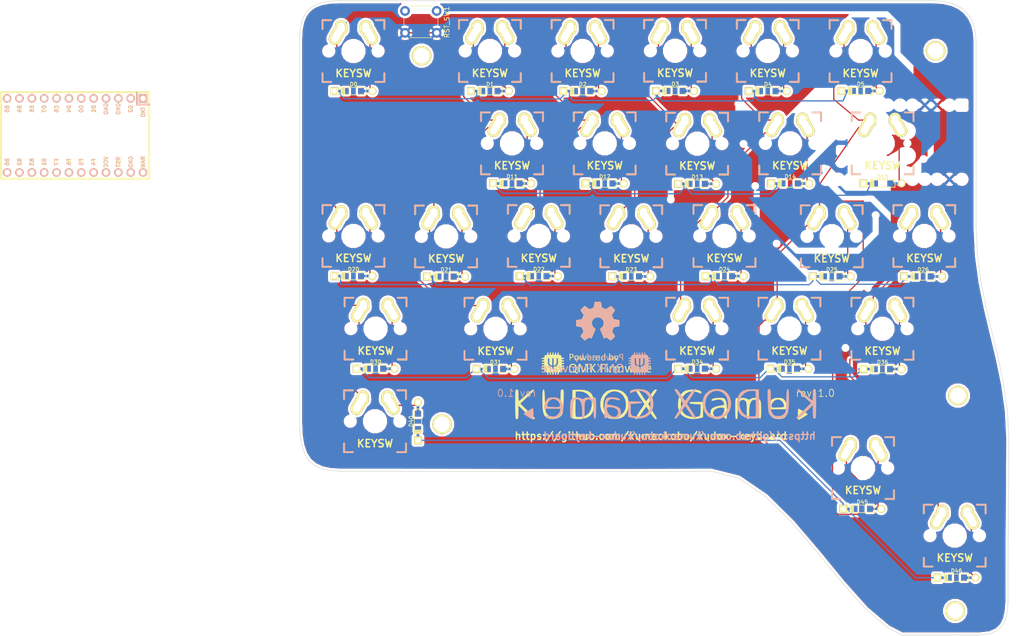
<source format=kicad_pcb>
(kicad_pcb (version 20171130) (host pcbnew 5.1.4-e60b266~84~ubuntu18.04.1)
  (title_block (title "Kudox Game keyboard PCB") (date 2019-06-30) (rev 1.0) (comment 1 "designed by x1 and inken") (comment 2 https://github.com/kumaokobo/kudox-keyboard))
  (layers (0 F.Cu signal) (31 B.Cu signal) (34 B.Paste user) (35 F.Paste user) (36 B.SilkS user) (37 F.SilkS user) (38 B.Mask user) (39 F.Mask user) (44 Edge.Cuts user))
  (net 0 "")
  (net 1 "Net-(D0-Pad2)")
  (net 2 row0)
  (net 3 "Net-(D1-Pad2)")
  (net 4 "Net-(D2-Pad2)")
  (net 5 "Net-(D3-Pad2)")
  (net 6 "Net-(D4-Pad2)")
  (net 7 "Net-(D5-Pad2)")
  (net 8 row1)
  (net 9 "Net-(D11-Pad2)")
  (net 10 "Net-(D12-Pad2)")
  (net 11 "Net-(D13-Pad2)")
  (net 12 "Net-(D14-Pad2)")
  (net 13 "Net-(D15-Pad2)")
  (net 14 "Net-(D20-Pad2)")
  (net 15 row2)
  (net 16 "Net-(D21-Pad2)")
  (net 17 "Net-(D22-Pad2)")
  (net 18 "Net-(D23-Pad2)")
  (net 19 "Net-(D24-Pad2)")
  (net 20 "Net-(D25-Pad2)")
  (net 21 "Net-(D26-Pad2)")
  (net 22 "Net-(D30-Pad2)")
  (net 23 row3)
  (net 24 "Net-(D31-Pad2)")
  (net 25 "Net-(D34-Pad2)")
  (net 26 "Net-(D35-Pad2)")
  (net 27 "Net-(D36-Pad2)")
  (net 28 "Net-(D40-Pad2)")
  (net 29 row4)
  (net 30 "Net-(D45-Pad2)")
  (net 31 "Net-(D46-Pad2)")
  (net 32 col0)
  (net 33 col1)
  (net 34 col2)
  (net 35 col3)
  (net 36 col4)
  (net 37 col5)
  (net 38 col6)
  (net 39 VCC)
  (net 40 SDA)
  (net 41 SCL)
  (net 42 rgb_data)
  (net 43 GND)
  (net 44 RST)
  (net 45 "Net-(U1-Pad2)")
  (net 46 "Net-(U1-Pad8)")
  (net 47 "Net-(U1-Pad20)")
  (net 48 "Net-(U1-Pad24)")
  (module canadian_footprints:Mx_Alps_100-dualside (layer F.Cu) (at 161.33 79.39)
    (fp_text reference K13 hide)
    (fp_text value KEYSW (at 0 4.572) (layer F.SilkS) (effects (font (size 1.524 1.524) (thickness 0.3048))))
    (pad 1 thru_hole oval (at -2.52 -4.79 3.9) (size 2.5 3.08) (drill oval 1.5 2.08) (layers *.Cu *.Mask F.SilkS) (net 35 col3))
    (pad 2 thru_hole oval (at 3.405 -3.27 29.05) (size 2.5 4.17) (drill oval 1.5 3.17) (layers *.Cu *.Mask F.SilkS) (net 11 "Net-(D13-Pad2)"))
    (pad HOLE np_thru_hole circle (at 0 0) (size 3.9878 3.9878) (drill 3.9878) (layers *.Cu))
    (pad HOLE np_thru_hole circle (at -5.08 0) (size 1.7018 1.7018) (drill 1.7018) (layers *.Cu))
    (pad HOLE np_thru_hole circle (at 5.08 0) (size 1.7018 1.7018) (drill 1.7018) (layers *.Cu))
    (pad 1 thru_hole oval (at -3.405 -3.27 330.95) (size 2.5 4.17) (drill oval 1.5 3.17) (layers *.Cu *.Mask F.SilkS) (net 35 col3))
    (pad 2 thru_hole oval (at 2.52 -4.79 356.1) (size 2.5 3.08) (drill oval 1.5 2.08) (layers *.Cu *.Mask F.SilkS) (net 11 "Net-(D13-Pad2)"))
  )
  (module canadian_footprints:Mx_Alps_100-dualside (layer F.Cu) (at 180.43 79.33)
    (fp_text reference K14 hide)
    (fp_text value KEYSW (at 0 4.572) (layer F.SilkS) (effects (font (size 1.524 1.524) (thickness 0.3048))))
    (pad 1 thru_hole oval (at -2.52 -4.79 3.9) (size 2.5 3.08) (drill oval 1.5 2.08) (layers *.Cu *.Mask F.SilkS) (net 36 col4))
    (pad 2 thru_hole oval (at 3.405 -3.27 29.05) (size 2.5 4.17) (drill oval 1.5 3.17) (layers *.Cu *.Mask F.SilkS) (net 12 "Net-(D14-Pad2)"))
    (pad HOLE np_thru_hole circle (at 0 0) (size 3.9878 3.9878) (drill 3.9878) (layers *.Cu))
    (pad HOLE np_thru_hole circle (at -5.08 0) (size 1.7018 1.7018) (drill 1.7018) (layers *.Cu))
    (pad HOLE np_thru_hole circle (at 5.08 0) (size 1.7018 1.7018) (drill 1.7018) (layers *.Cu))
    (pad 1 thru_hole oval (at -3.405 -3.27 330.95) (size 2.5 4.17) (drill oval 1.5 3.17) (layers *.Cu *.Mask F.SilkS) (net 36 col4))
    (pad 2 thru_hole oval (at 2.52 -4.79 356.1) (size 2.5 3.08) (drill oval 1.5 2.08) (layers *.Cu *.Mask F.SilkS) (net 12 "Net-(D14-Pad2)"))
  )
  (module Symbols:OSHW-Symbol_8.9x8mm_SilkScreen (layer B.Cu) (at 140.9 115.9 180)
    (fp_text reference REF*** hide)
    (fp_text value OSHW-Logo2_14.6x12mm_SilkScreen hide)
  )
  (module myparts:qmk-badge (layer B.Cu) (at 140.5 124.6 180)
    (fp_text reference G*** hide)
    (fp_text value LOGO hide)
  )
  (module kudox_game_footprints:kudox_game_logo (layer B.Cu) (at 155.8 132.9 180)
    (fp_text reference G*** hide)
    (fp_text value LOGO hide)
  )
  (module keyboard_parts:HOLE_M3 (layer F.Cu) (at 104.7 61.3)
    (fp_text reference HOLE_M3 hide)
    (fp_text value VAL** hide)
    (pad 1 thru_hole circle (at 0 0) (size 4 4) (drill 3.2) (layers *.Cu *.Mask F.SilkS))
  )
  (module keyboard_parts:HOLE_M3 (layer F.Cu) (at 214.35 175.5)
    (fp_text reference HOLE_M3 hide)
    (fp_text value VAL** hide)
    (pad 1 thru_hole circle (at 0 0) (size 4 4) (drill 3.2) (layers *.Cu *.Mask F.SilkS))
  )
  (module canadian_footprints:Mx_Alps_150-dualsided (layer F.Cu) (at 214.25 160)
    (fp_text reference K46 hide)
    (fp_text value KEYSW (at 0 4.572 180) (layer F.SilkS) (effects (font (size 1.524 1.524) (thickness 0.3048))))
    (pad 1 thru_hole oval (at -2.52 -4.79 3.9) (size 2.5 3.08) (drill oval 1.5 2.08) (layers *.Cu *.Mask F.SilkS) (net 38 col6))
    (pad 2 thru_hole oval (at 3.405 -3.27 29.05) (size 2.5 4.17) (drill oval 1.5 3.17) (layers *.Cu *.Mask F.SilkS) (net 31 "Net-(D46-Pad2)"))
    (pad HOLE np_thru_hole circle (at 0 0) (size 3.9878 3.9878) (drill 3.9878) (layers *.Cu))
    (pad HOLE np_thru_hole circle (at -5.08 0) (size 1.7018 1.7018) (drill 1.7018) (layers *.Cu))
    (pad HOLE np_thru_hole circle (at 5.08 0) (size 1.7018 1.7018) (drill 1.7018) (layers *.Cu))
    (pad 1 thru_hole oval (at -3.405 -3.27 330.95) (size 2.5 4.17) (drill oval 1.5 3.17) (layers *.Cu *.Mask F.SilkS) (net 38 col6))
    (pad 2 thru_hole oval (at 2.52 -4.79 356.1) (size 2.5 3.08) (drill oval 1.5 2.08) (layers *.Cu *.Mask F.SilkS) (net 31 "Net-(D46-Pad2)"))
  )
  (module canadian_footprints:Mx_Alps_100-dualside (layer F.Cu) (at 194.9 60.35)
    (fp_text reference K5 hide)
    (fp_text value KEYSW (at 0 4.572) (layer F.SilkS) (effects (font (size 1.524 1.524) (thickness 0.3048))))
    (pad 1 thru_hole oval (at -2.52 -4.79 3.9) (size 2.5 3.08) (drill oval 1.5 2.08) (layers *.Cu *.Mask F.SilkS) (net 37 col5))
    (pad 2 thru_hole oval (at 3.405 -3.27 29.05) (size 2.5 4.17) (drill oval 1.5 3.17) (layers *.Cu *.Mask F.SilkS) (net 7 "Net-(D5-Pad2)"))
    (pad HOLE np_thru_hole circle (at 0 0) (size 3.9878 3.9878) (drill 3.9878) (layers *.Cu))
    (pad HOLE np_thru_hole circle (at -5.08 0) (size 1.7018 1.7018) (drill 1.7018) (layers *.Cu))
    (pad HOLE np_thru_hole circle (at 5.08 0) (size 1.7018 1.7018) (drill 1.7018) (layers *.Cu))
    (pad 1 thru_hole oval (at -3.405 -3.27 330.95) (size 2.5 4.17) (drill oval 1.5 3.17) (layers *.Cu *.Mask F.SilkS) (net 37 col5))
    (pad 2 thru_hole oval (at 2.52 -4.79 356.1) (size 2.5 3.08) (drill oval 1.5 2.08) (layers *.Cu *.Mask F.SilkS) (net 7 "Net-(D5-Pad2)"))
  )
  (module canadian_footprints:Mx_Alps_100-dualside (layer F.Cu) (at 175.83 60.33)
    (fp_text reference K4 hide)
    (fp_text value KEYSW (at 0 4.572) (layer F.SilkS) (effects (font (size 1.524 1.524) (thickness 0.3048))))
    (pad 1 thru_hole oval (at -2.52 -4.79 3.9) (size 2.5 3.08) (drill oval 1.5 2.08) (layers *.Cu *.Mask F.SilkS) (net 36 col4))
    (pad 2 thru_hole oval (at 3.405 -3.27 29.05) (size 2.5 4.17) (drill oval 1.5 3.17) (layers *.Cu *.Mask F.SilkS) (net 6 "Net-(D4-Pad2)"))
    (pad HOLE np_thru_hole circle (at 0 0) (size 3.9878 3.9878) (drill 3.9878) (layers *.Cu))
    (pad HOLE np_thru_hole circle (at -5.08 0) (size 1.7018 1.7018) (drill 1.7018) (layers *.Cu))
    (pad HOLE np_thru_hole circle (at 5.08 0) (size 1.7018 1.7018) (drill 1.7018) (layers *.Cu))
    (pad 1 thru_hole oval (at -3.405 -3.27 330.95) (size 2.5 4.17) (drill oval 1.5 3.17) (layers *.Cu *.Mask F.SilkS) (net 36 col4))
    (pad 2 thru_hole oval (at 2.52 -4.79 356.1) (size 2.5 3.08) (drill oval 1.5 2.08) (layers *.Cu *.Mask F.SilkS) (net 6 "Net-(D4-Pad2)"))
  )
  (module canadian_footprints:Mx_Alps_100-dualside (layer F.Cu) (at 109.73 98.475)
    (fp_text reference K21 hide)
    (fp_text value KEYSW (at 0 4.572) (layer F.SilkS) (effects (font (size 1.524 1.524) (thickness 0.3048))))
    (pad 1 thru_hole oval (at -2.52 -4.79 3.9) (size 2.5 3.08) (drill oval 1.5 2.08) (layers *.Cu *.Mask F.SilkS) (net 33 col1))
    (pad 2 thru_hole oval (at 3.405 -3.27 29.05) (size 2.5 4.17) (drill oval 1.5 3.17) (layers *.Cu *.Mask F.SilkS) (net 16 "Net-(D21-Pad2)"))
    (pad HOLE np_thru_hole circle (at 0 0) (size 3.9878 3.9878) (drill 3.9878) (layers *.Cu))
    (pad HOLE np_thru_hole circle (at -5.08 0) (size 1.7018 1.7018) (drill 1.7018) (layers *.Cu))
    (pad HOLE np_thru_hole circle (at 5.08 0) (size 1.7018 1.7018) (drill 1.7018) (layers *.Cu))
    (pad 1 thru_hole oval (at -3.405 -3.27 330.95) (size 2.5 4.17) (drill oval 1.5 3.17) (layers *.Cu *.Mask F.SilkS) (net 33 col1))
    (pad 2 thru_hole oval (at 2.52 -4.79 356.1) (size 2.5 3.08) (drill oval 1.5 2.08) (layers *.Cu *.Mask F.SilkS) (net 16 "Net-(D21-Pad2)"))
  )
  (module kudox_game_footprints:kudox_game_logo (layer F.Cu) (at 153.9 133)
    (fp_text reference G*** hide)
    (fp_text value LOGO hide)
  )
  (module Keebio-Parts:Diode-dual (layer F.Cu) (at 90.69 68.58 180)
    (fp_text reference D0 (at -0.0254 1.4 180) (layer F.SilkS) (effects (font (size 0.8 0.8))))
    (fp_text value D hide)
    (pad 2 smd rect (at -2.7 0 180) (size 2.5 0.5) (layers B.Cu) (net 1 "Net-(D0-Pad2)"))
    (pad 2 smd rect (at -1.575 0 180) (size 1.2 1.2) (layers B.Cu B.Paste B.Mask) (net 1 "Net-(D0-Pad2)"))
    (pad 1 smd rect (at 1.575 0 180) (size 1.2 1.2) (layers B.Cu B.Paste B.Mask) (net 2 row0))
    (pad 1 smd rect (at 2.7 0 180) (size 2.5 0.5) (layers B.Cu) (net 2 row0))
    (pad 1 smd rect (at 1.575 0 180) (size 1.2 1.2) (layers F.Cu F.Paste F.Mask) (net 2 row0))
    (pad 2 smd rect (at -1.575 0 180) (size 1.2 1.2) (layers F.Cu F.Paste F.Mask) (net 1 "Net-(D0-Pad2)"))
    (pad 2 thru_hole circle (at -3.9 0 180) (size 1.6 1.6) (drill 1) (layers *.Cu *.Mask F.SilkS) (net 1 "Net-(D0-Pad2)"))
    (pad 1 thru_hole rect (at 3.9 0 180) (size 1.6 1.6) (drill 1) (layers *.Cu *.Mask F.SilkS) (net 2 row0))
    (pad 2 smd rect (at -2.7 0 180) (size 2.5 0.5) (layers F.Cu) (net 1 "Net-(D0-Pad2)"))
    (pad 1 smd rect (at 2.7 0 180) (size 2.5 0.5) (layers F.Cu) (net 2 row0))
  )
  (module Keebio-Parts:Diode-dual (layer F.Cu) (at 118.73 68.58 180)
    (fp_text reference D1 (at -0.0254 1.4 180) (layer F.SilkS) (effects (font (size 0.8 0.8))))
    (fp_text value D hide)
    (pad 2 smd rect (at -2.7 0 180) (size 2.5 0.5) (layers B.Cu) (net 3 "Net-(D1-Pad2)"))
    (pad 2 smd rect (at -1.575 0 180) (size 1.2 1.2) (layers B.Cu B.Paste B.Mask) (net 3 "Net-(D1-Pad2)"))
    (pad 1 smd rect (at 1.575 0 180) (size 1.2 1.2) (layers B.Cu B.Paste B.Mask) (net 2 row0))
    (pad 1 smd rect (at 2.7 0 180) (size 2.5 0.5) (layers B.Cu) (net 2 row0))
    (pad 1 smd rect (at 1.575 0 180) (size 1.2 1.2) (layers F.Cu F.Paste F.Mask) (net 2 row0))
    (pad 2 smd rect (at -1.575 0 180) (size 1.2 1.2) (layers F.Cu F.Paste F.Mask) (net 3 "Net-(D1-Pad2)"))
    (pad 2 thru_hole circle (at -3.9 0 180) (size 1.6 1.6) (drill 1) (layers *.Cu *.Mask F.SilkS) (net 3 "Net-(D1-Pad2)"))
    (pad 1 thru_hole rect (at 3.9 0 180) (size 1.6 1.6) (drill 1) (layers *.Cu *.Mask F.SilkS) (net 2 row0))
    (pad 2 smd rect (at -2.7 0 180) (size 2.5 0.5) (layers F.Cu) (net 3 "Net-(D1-Pad2)"))
    (pad 1 smd rect (at 2.7 0 180) (size 2.5 0.5) (layers F.Cu) (net 2 row0))
  )
  (module Keebio-Parts:Diode-dual (layer F.Cu) (at 137.78 68.585 180)
    (fp_text reference D2 (at -0.0254 1.4 180) (layer F.SilkS) (effects (font (size 0.8 0.8))))
    (fp_text value D hide)
    (pad 2 smd rect (at -2.7 0 180) (size 2.5 0.5) (layers B.Cu) (net 4 "Net-(D2-Pad2)"))
    (pad 2 smd rect (at -1.575 0 180) (size 1.2 1.2) (layers B.Cu B.Paste B.Mask) (net 4 "Net-(D2-Pad2)"))
    (pad 1 smd rect (at 1.575 0 180) (size 1.2 1.2) (layers B.Cu B.Paste B.Mask) (net 2 row0))
    (pad 1 smd rect (at 2.7 0 180) (size 2.5 0.5) (layers B.Cu) (net 2 row0))
    (pad 1 smd rect (at 1.575 0 180) (size 1.2 1.2) (layers F.Cu F.Paste F.Mask) (net 2 row0))
    (pad 2 smd rect (at -1.575 0 180) (size 1.2 1.2) (layers F.Cu F.Paste F.Mask) (net 4 "Net-(D2-Pad2)"))
    (pad 2 thru_hole circle (at -3.9 0 180) (size 1.6 1.6) (drill 1) (layers *.Cu *.Mask F.SilkS) (net 4 "Net-(D2-Pad2)"))
    (pad 1 thru_hole rect (at 3.9 0 180) (size 1.6 1.6) (drill 1) (layers *.Cu *.Mask F.SilkS) (net 2 row0))
    (pad 2 smd rect (at -2.7 0 180) (size 2.5 0.5) (layers F.Cu) (net 4 "Net-(D2-Pad2)"))
    (pad 1 smd rect (at 2.7 0 180) (size 2.5 0.5) (layers F.Cu) (net 2 row0))
  )
  (module Keebio-Parts:Diode-dual (layer F.Cu) (at 156.78 68.545 180)
    (fp_text reference D3 (at -0.0254 1.4 180) (layer F.SilkS) (effects (font (size 0.8 0.8))))
    (fp_text value D hide)
    (pad 2 smd rect (at -2.7 0 180) (size 2.5 0.5) (layers B.Cu) (net 5 "Net-(D3-Pad2)"))
    (pad 2 smd rect (at -1.575 0 180) (size 1.2 1.2) (layers B.Cu B.Paste B.Mask) (net 5 "Net-(D3-Pad2)"))
    (pad 1 smd rect (at 1.575 0 180) (size 1.2 1.2) (layers B.Cu B.Paste B.Mask) (net 2 row0))
    (pad 1 smd rect (at 2.7 0 180) (size 2.5 0.5) (layers B.Cu) (net 2 row0))
    (pad 1 smd rect (at 1.575 0 180) (size 1.2 1.2) (layers F.Cu F.Paste F.Mask) (net 2 row0))
    (pad 2 smd rect (at -1.575 0 180) (size 1.2 1.2) (layers F.Cu F.Paste F.Mask) (net 5 "Net-(D3-Pad2)"))
    (pad 2 thru_hole circle (at -3.9 0 180) (size 1.6 1.6) (drill 1) (layers *.Cu *.Mask F.SilkS) (net 5 "Net-(D3-Pad2)"))
    (pad 1 thru_hole rect (at 3.9 0 180) (size 1.6 1.6) (drill 1) (layers *.Cu *.Mask F.SilkS) (net 2 row0))
    (pad 2 smd rect (at -2.7 0 180) (size 2.5 0.5) (layers F.Cu) (net 5 "Net-(D3-Pad2)"))
    (pad 1 smd rect (at 2.7 0 180) (size 2.5 0.5) (layers F.Cu) (net 2 row0))
  )
  (module Keebio-Parts:Diode-dual (layer F.Cu) (at 175.83 68.585 180)
    (fp_text reference D4 (at -0.0254 1.4 180) (layer F.SilkS) (effects (font (size 0.8 0.8))))
    (fp_text value D hide)
    (pad 2 smd rect (at -2.7 0 180) (size 2.5 0.5) (layers B.Cu) (net 6 "Net-(D4-Pad2)"))
    (pad 2 smd rect (at -1.575 0 180) (size 1.2 1.2) (layers B.Cu B.Paste B.Mask) (net 6 "Net-(D4-Pad2)"))
    (pad 1 smd rect (at 1.575 0 180) (size 1.2 1.2) (layers B.Cu B.Paste B.Mask) (net 2 row0))
    (pad 1 smd rect (at 2.7 0 180) (size 2.5 0.5) (layers B.Cu) (net 2 row0))
    (pad 1 smd rect (at 1.575 0 180) (size 1.2 1.2) (layers F.Cu F.Paste F.Mask) (net 2 row0))
    (pad 2 smd rect (at -1.575 0 180) (size 1.2 1.2) (layers F.Cu F.Paste F.Mask) (net 6 "Net-(D4-Pad2)"))
    (pad 2 thru_hole circle (at -3.9 0 180) (size 1.6 1.6) (drill 1) (layers *.Cu *.Mask F.SilkS) (net 6 "Net-(D4-Pad2)"))
    (pad 1 thru_hole rect (at 3.9 0 180) (size 1.6 1.6) (drill 1) (layers *.Cu *.Mask F.SilkS) (net 2 row0))
    (pad 2 smd rect (at -2.7 0 180) (size 2.5 0.5) (layers F.Cu) (net 6 "Net-(D4-Pad2)"))
    (pad 1 smd rect (at 2.7 0 180) (size 2.5 0.5) (layers F.Cu) (net 2 row0))
  )
  (module Keebio-Parts:Diode-dual (layer F.Cu) (at 194.9 68.55 180)
    (fp_text reference D5 (at -0.0254 1.4 180) (layer F.SilkS) (effects (font (size 0.8 0.8))))
    (fp_text value D hide)
    (pad 2 smd rect (at -2.7 0 180) (size 2.5 0.5) (layers B.Cu) (net 7 "Net-(D5-Pad2)"))
    (pad 2 smd rect (at -1.575 0 180) (size 1.2 1.2) (layers B.Cu B.Paste B.Mask) (net 7 "Net-(D5-Pad2)"))
    (pad 1 smd rect (at 1.575 0 180) (size 1.2 1.2) (layers B.Cu B.Paste B.Mask) (net 2 row0))
    (pad 1 smd rect (at 2.7 0 180) (size 2.5 0.5) (layers B.Cu) (net 2 row0))
    (pad 1 smd rect (at 1.575 0 180) (size 1.2 1.2) (layers F.Cu F.Paste F.Mask) (net 2 row0))
    (pad 2 smd rect (at -1.575 0 180) (size 1.2 1.2) (layers F.Cu F.Paste F.Mask) (net 7 "Net-(D5-Pad2)"))
    (pad 2 thru_hole circle (at -3.9 0 180) (size 1.6 1.6) (drill 1) (layers *.Cu *.Mask F.SilkS) (net 7 "Net-(D5-Pad2)"))
    (pad 1 thru_hole rect (at 3.9 0 180) (size 1.6 1.6) (drill 1) (layers *.Cu *.Mask F.SilkS) (net 2 row0))
    (pad 2 smd rect (at -2.7 0 180) (size 2.5 0.5) (layers F.Cu) (net 7 "Net-(D5-Pad2)"))
    (pad 1 smd rect (at 2.7 0 180) (size 2.5 0.5) (layers F.Cu) (net 2 row0))
  )
  (module Keebio-Parts:Diode-dual (layer F.Cu) (at 123.28 87.58 180)
    (fp_text reference D11 (at -0.0254 1.4 180) (layer F.SilkS) (effects (font (size 0.8 0.8))))
    (fp_text value D hide)
    (pad 2 smd rect (at -2.7 0 180) (size 2.5 0.5) (layers B.Cu) (net 9 "Net-(D11-Pad2)"))
    (pad 2 smd rect (at -1.575 0 180) (size 1.2 1.2) (layers B.Cu B.Paste B.Mask) (net 9 "Net-(D11-Pad2)"))
    (pad 1 smd rect (at 1.575 0 180) (size 1.2 1.2) (layers B.Cu B.Paste B.Mask) (net 8 row1))
    (pad 1 smd rect (at 2.7 0 180) (size 2.5 0.5) (layers B.Cu) (net 8 row1))
    (pad 1 smd rect (at 1.575 0 180) (size 1.2 1.2) (layers F.Cu F.Paste F.Mask) (net 8 row1))
    (pad 2 smd rect (at -1.575 0 180) (size 1.2 1.2) (layers F.Cu F.Paste F.Mask) (net 9 "Net-(D11-Pad2)"))
    (pad 2 thru_hole circle (at -3.9 0 180) (size 1.6 1.6) (drill 1) (layers *.Cu *.Mask F.SilkS) (net 9 "Net-(D11-Pad2)"))
    (pad 1 thru_hole rect (at 3.9 0 180) (size 1.6 1.6) (drill 1) (layers *.Cu *.Mask F.SilkS) (net 8 row1))
    (pad 2 smd rect (at -2.7 0 180) (size 2.5 0.5) (layers F.Cu) (net 9 "Net-(D11-Pad2)"))
    (pad 1 smd rect (at 2.7 0 180) (size 2.5 0.5) (layers F.Cu) (net 8 row1))
  )
  (module Keebio-Parts:Diode-dual (layer F.Cu) (at 142.33 87.585 180)
    (fp_text reference D12 (at -0.0254 1.4 180) (layer F.SilkS) (effects (font (size 0.8 0.8))))
    (fp_text value D hide)
    (pad 2 smd rect (at -2.7 0 180) (size 2.5 0.5) (layers B.Cu) (net 10 "Net-(D12-Pad2)"))
    (pad 2 smd rect (at -1.575 0 180) (size 1.2 1.2) (layers B.Cu B.Paste B.Mask) (net 10 "Net-(D12-Pad2)"))
    (pad 1 smd rect (at 1.575 0 180) (size 1.2 1.2) (layers B.Cu B.Paste B.Mask) (net 8 row1))
    (pad 1 smd rect (at 2.7 0 180) (size 2.5 0.5) (layers B.Cu) (net 8 row1))
    (pad 1 smd rect (at 1.575 0 180) (size 1.2 1.2) (layers F.Cu F.Paste F.Mask) (net 8 row1))
    (pad 2 smd rect (at -1.575 0 180) (size 1.2 1.2) (layers F.Cu F.Paste F.Mask) (net 10 "Net-(D12-Pad2)"))
    (pad 2 thru_hole circle (at -3.9 0 180) (size 1.6 1.6) (drill 1) (layers *.Cu *.Mask F.SilkS) (net 10 "Net-(D12-Pad2)"))
    (pad 1 thru_hole rect (at 3.9 0 180) (size 1.6 1.6) (drill 1) (layers *.Cu *.Mask F.SilkS) (net 8 row1))
    (pad 2 smd rect (at -2.7 0 180) (size 2.5 0.5) (layers F.Cu) (net 10 "Net-(D12-Pad2)"))
    (pad 1 smd rect (at 2.7 0 180) (size 2.5 0.5) (layers F.Cu) (net 8 row1))
  )
  (module Keebio-Parts:Diode-dual (layer F.Cu) (at 161.33 87.645 180)
    (fp_text reference D13 (at -0.0254 1.4 180) (layer F.SilkS) (effects (font (size 0.8 0.8))))
    (fp_text value D hide)
    (pad 2 smd rect (at -2.7 0 180) (size 2.5 0.5) (layers B.Cu) (net 11 "Net-(D13-Pad2)"))
    (pad 2 smd rect (at -1.575 0 180) (size 1.2 1.2) (layers B.Cu B.Paste B.Mask) (net 11 "Net-(D13-Pad2)"))
    (pad 1 smd rect (at 1.575 0 180) (size 1.2 1.2) (layers B.Cu B.Paste B.Mask) (net 8 row1))
    (pad 1 smd rect (at 2.7 0 180) (size 2.5 0.5) (layers B.Cu) (net 8 row1))
    (pad 1 smd rect (at 1.575 0 180) (size 1.2 1.2) (layers F.Cu F.Paste F.Mask) (net 8 row1))
    (pad 2 smd rect (at -1.575 0 180) (size 1.2 1.2) (layers F.Cu F.Paste F.Mask) (net 11 "Net-(D13-Pad2)"))
    (pad 2 thru_hole circle (at -3.9 0 180) (size 1.6 1.6) (drill 1) (layers *.Cu *.Mask F.SilkS) (net 11 "Net-(D13-Pad2)"))
    (pad 1 thru_hole rect (at 3.9 0 180) (size 1.6 1.6) (drill 1) (layers *.Cu *.Mask F.SilkS) (net 8 row1))
    (pad 2 smd rect (at -2.7 0 180) (size 2.5 0.5) (layers F.Cu) (net 11 "Net-(D13-Pad2)"))
    (pad 1 smd rect (at 2.7 0 180) (size 2.5 0.5) (layers F.Cu) (net 8 row1))
  )
  (module Keebio-Parts:Diode-dual (layer F.Cu) (at 180.43 87.585 180)
    (fp_text reference D14 (at -0.0254 1.4 180) (layer F.SilkS) (effects (font (size 0.8 0.8))))
    (fp_text value D hide)
    (pad 2 smd rect (at -2.7 0 180) (size 2.5 0.5) (layers B.Cu) (net 12 "Net-(D14-Pad2)"))
    (pad 2 smd rect (at -1.575 0 180) (size 1.2 1.2) (layers B.Cu B.Paste B.Mask) (net 12 "Net-(D14-Pad2)"))
    (pad 1 smd rect (at 1.575 0 180) (size 1.2 1.2) (layers B.Cu B.Paste B.Mask) (net 8 row1))
    (pad 1 smd rect (at 2.7 0 180) (size 2.5 0.5) (layers B.Cu) (net 8 row1))
    (pad 1 smd rect (at 1.575 0 180) (size 1.2 1.2) (layers F.Cu F.Paste F.Mask) (net 8 row1))
    (pad 2 smd rect (at -1.575 0 180) (size 1.2 1.2) (layers F.Cu F.Paste F.Mask) (net 12 "Net-(D14-Pad2)"))
    (pad 2 thru_hole circle (at -3.9 0 180) (size 1.6 1.6) (drill 1) (layers *.Cu *.Mask F.SilkS) (net 12 "Net-(D14-Pad2)"))
    (pad 1 thru_hole rect (at 3.9 0 180) (size 1.6 1.6) (drill 1) (layers *.Cu *.Mask F.SilkS) (net 8 row1))
    (pad 2 smd rect (at -2.7 0 180) (size 2.5 0.5) (layers F.Cu) (net 12 "Net-(D14-Pad2)"))
    (pad 1 smd rect (at 2.7 0 180) (size 2.5 0.5) (layers F.Cu) (net 8 row1))
  )
  (module Keebio-Parts:Diode-dual (layer F.Cu) (at 199.43 87.585 180)
    (fp_text reference D15 (at -0.0254 1.4 180) (layer F.SilkS) (effects (font (size 0.8 0.8))))
    (fp_text value D hide)
    (pad 2 smd rect (at -2.7 0 180) (size 2.5 0.5) (layers B.Cu) (net 13 "Net-(D15-Pad2)"))
    (pad 2 smd rect (at -1.575 0 180) (size 1.2 1.2) (layers B.Cu B.Paste B.Mask) (net 13 "Net-(D15-Pad2)"))
    (pad 1 smd rect (at 1.575 0 180) (size 1.2 1.2) (layers B.Cu B.Paste B.Mask) (net 8 row1))
    (pad 1 smd rect (at 2.7 0 180) (size 2.5 0.5) (layers B.Cu) (net 8 row1))
    (pad 1 smd rect (at 1.575 0 180) (size 1.2 1.2) (layers F.Cu F.Paste F.Mask) (net 8 row1))
    (pad 2 smd rect (at -1.575 0 180) (size 1.2 1.2) (layers F.Cu F.Paste F.Mask) (net 13 "Net-(D15-Pad2)"))
    (pad 2 thru_hole circle (at -3.9 0 180) (size 1.6 1.6) (drill 1) (layers *.Cu *.Mask F.SilkS) (net 13 "Net-(D15-Pad2)"))
    (pad 1 thru_hole rect (at 3.9 0 180) (size 1.6 1.6) (drill 1) (layers *.Cu *.Mask F.SilkS) (net 8 row1))
    (pad 2 smd rect (at -2.7 0 180) (size 2.5 0.5) (layers F.Cu) (net 13 "Net-(D15-Pad2)"))
    (pad 1 smd rect (at 2.7 0 180) (size 2.5 0.5) (layers F.Cu) (net 8 row1))
  )
  (module Keebio-Parts:Diode-dual (layer F.Cu) (at 90.69 106.63 180)
    (fp_text reference D20 (at -0.0254 1.4 180) (layer F.SilkS) (effects (font (size 0.8 0.8))))
    (fp_text value D hide)
    (pad 2 smd rect (at -2.7 0 180) (size 2.5 0.5) (layers B.Cu) (net 14 "Net-(D20-Pad2)"))
    (pad 2 smd rect (at -1.575 0 180) (size 1.2 1.2) (layers B.Cu B.Paste B.Mask) (net 14 "Net-(D20-Pad2)"))
    (pad 1 smd rect (at 1.575 0 180) (size 1.2 1.2) (layers B.Cu B.Paste B.Mask) (net 15 row2))
    (pad 1 smd rect (at 2.7 0 180) (size 2.5 0.5) (layers B.Cu) (net 15 row2))
    (pad 1 smd rect (at 1.575 0 180) (size 1.2 1.2) (layers F.Cu F.Paste F.Mask) (net 15 row2))
    (pad 2 smd rect (at -1.575 0 180) (size 1.2 1.2) (layers F.Cu F.Paste F.Mask) (net 14 "Net-(D20-Pad2)"))
    (pad 2 thru_hole circle (at -3.9 0 180) (size 1.6 1.6) (drill 1) (layers *.Cu *.Mask F.SilkS) (net 14 "Net-(D20-Pad2)"))
    (pad 1 thru_hole rect (at 3.9 0 180) (size 1.6 1.6) (drill 1) (layers *.Cu *.Mask F.SilkS) (net 15 row2))
    (pad 2 smd rect (at -2.7 0 180) (size 2.5 0.5) (layers F.Cu) (net 14 "Net-(D20-Pad2)"))
    (pad 1 smd rect (at 2.7 0 180) (size 2.5 0.5) (layers F.Cu) (net 15 row2))
  )
  (module Keebio-Parts:Diode-dual (layer F.Cu) (at 109.73 106.73 180)
    (fp_text reference D21 (at -0.0254 1.4 180) (layer F.SilkS) (effects (font (size 0.8 0.8))))
    (fp_text value D hide)
    (pad 2 smd rect (at -2.7 0 180) (size 2.5 0.5) (layers B.Cu) (net 16 "Net-(D21-Pad2)"))
    (pad 2 smd rect (at -1.575 0 180) (size 1.2 1.2) (layers B.Cu B.Paste B.Mask) (net 16 "Net-(D21-Pad2)"))
    (pad 1 smd rect (at 1.575 0 180) (size 1.2 1.2) (layers B.Cu B.Paste B.Mask) (net 15 row2))
    (pad 1 smd rect (at 2.7 0 180) (size 2.5 0.5) (layers B.Cu) (net 15 row2))
    (pad 1 smd rect (at 1.575 0 180) (size 1.2 1.2) (layers F.Cu F.Paste F.Mask) (net 15 row2))
    (pad 2 smd rect (at -1.575 0 180) (size 1.2 1.2) (layers F.Cu F.Paste F.Mask) (net 16 "Net-(D21-Pad2)"))
    (pad 2 thru_hole circle (at -3.9 0 180) (size 1.6 1.6) (drill 1) (layers *.Cu *.Mask F.SilkS) (net 16 "Net-(D21-Pad2)"))
    (pad 1 thru_hole rect (at 3.9 0 180) (size 1.6 1.6) (drill 1) (layers *.Cu *.Mask F.SilkS) (net 15 row2))
    (pad 2 smd rect (at -2.7 0 180) (size 2.5 0.5) (layers F.Cu) (net 16 "Net-(D21-Pad2)"))
    (pad 1 smd rect (at 2.7 0 180) (size 2.5 0.5) (layers F.Cu) (net 15 row2))
  )
  (module Keebio-Parts:Diode-dual (layer F.Cu) (at 128.78 106.635 180)
    (fp_text reference D22 (at -0.0254 1.4 180) (layer F.SilkS) (effects (font (size 0.8 0.8))))
    (fp_text value D hide)
    (pad 2 smd rect (at -2.7 0 180) (size 2.5 0.5) (layers B.Cu) (net 17 "Net-(D22-Pad2)"))
    (pad 2 smd rect (at -1.575 0 180) (size 1.2 1.2) (layers B.Cu B.Paste B.Mask) (net 17 "Net-(D22-Pad2)"))
    (pad 1 smd rect (at 1.575 0 180) (size 1.2 1.2) (layers B.Cu B.Paste B.Mask) (net 15 row2))
    (pad 1 smd rect (at 2.7 0 180) (size 2.5 0.5) (layers B.Cu) (net 15 row2))
    (pad 1 smd rect (at 1.575 0 180) (size 1.2 1.2) (layers F.Cu F.Paste F.Mask) (net 15 row2))
    (pad 2 smd rect (at -1.575 0 180) (size 1.2 1.2) (layers F.Cu F.Paste F.Mask) (net 17 "Net-(D22-Pad2)"))
    (pad 2 thru_hole circle (at -3.9 0 180) (size 1.6 1.6) (drill 1) (layers *.Cu *.Mask F.SilkS) (net 17 "Net-(D22-Pad2)"))
    (pad 1 thru_hole rect (at 3.9 0 180) (size 1.6 1.6) (drill 1) (layers *.Cu *.Mask F.SilkS) (net 15 row2))
    (pad 2 smd rect (at -2.7 0 180) (size 2.5 0.5) (layers F.Cu) (net 17 "Net-(D22-Pad2)"))
    (pad 1 smd rect (at 2.7 0 180) (size 2.5 0.5) (layers F.Cu) (net 15 row2))
  )
  (module Keebio-Parts:Diode-dual (layer F.Cu) (at 147.78 106.695 180)
    (fp_text reference D23 (at -0.0254 1.4 180) (layer F.SilkS) (effects (font (size 0.8 0.8))))
    (fp_text value D hide)
    (pad 2 smd rect (at -2.7 0 180) (size 2.5 0.5) (layers B.Cu) (net 18 "Net-(D23-Pad2)"))
    (pad 2 smd rect (at -1.575 0 180) (size 1.2 1.2) (layers B.Cu B.Paste B.Mask) (net 18 "Net-(D23-Pad2)"))
    (pad 1 smd rect (at 1.575 0 180) (size 1.2 1.2) (layers B.Cu B.Paste B.Mask) (net 15 row2))
    (pad 1 smd rect (at 2.7 0 180) (size 2.5 0.5) (layers B.Cu) (net 15 row2))
    (pad 1 smd rect (at 1.575 0 180) (size 1.2 1.2) (layers F.Cu F.Paste F.Mask) (net 15 row2))
    (pad 2 smd rect (at -1.575 0 180) (size 1.2 1.2) (layers F.Cu F.Paste F.Mask) (net 18 "Net-(D23-Pad2)"))
    (pad 2 thru_hole circle (at -3.9 0 180) (size 1.6 1.6) (drill 1) (layers *.Cu *.Mask F.SilkS) (net 18 "Net-(D23-Pad2)"))
    (pad 1 thru_hole rect (at 3.9 0 180) (size 1.6 1.6) (drill 1) (layers *.Cu *.Mask F.SilkS) (net 15 row2))
    (pad 2 smd rect (at -2.7 0 180) (size 2.5 0.5) (layers F.Cu) (net 18 "Net-(D23-Pad2)"))
    (pad 1 smd rect (at 2.7 0 180) (size 2.5 0.5) (layers F.Cu) (net 15 row2))
  )
  (module Keebio-Parts:Diode-dual (layer F.Cu) (at 166.93 106.635 180)
    (fp_text reference D24 (at -0.0254 1.4 180) (layer F.SilkS) (effects (font (size 0.8 0.8))))
    (fp_text value D hide)
    (pad 2 smd rect (at -2.7 0 180) (size 2.5 0.5) (layers B.Cu) (net 19 "Net-(D24-Pad2)"))
    (pad 2 smd rect (at -1.575 0 180) (size 1.2 1.2) (layers B.Cu B.Paste B.Mask) (net 19 "Net-(D24-Pad2)"))
    (pad 1 smd rect (at 1.575 0 180) (size 1.2 1.2) (layers B.Cu B.Paste B.Mask) (net 15 row2))
    (pad 1 smd rect (at 2.7 0 180) (size 2.5 0.5) (layers B.Cu) (net 15 row2))
    (pad 1 smd rect (at 1.575 0 180) (size 1.2 1.2) (layers F.Cu F.Paste F.Mask) (net 15 row2))
    (pad 2 smd rect (at -1.575 0 180) (size 1.2 1.2) (layers F.Cu F.Paste F.Mask) (net 19 "Net-(D24-Pad2)"))
    (pad 2 thru_hole circle (at -3.9 0 180) (size 1.6 1.6) (drill 1) (layers *.Cu *.Mask F.SilkS) (net 19 "Net-(D24-Pad2)"))
    (pad 1 thru_hole rect (at 3.9 0 180) (size 1.6 1.6) (drill 1) (layers *.Cu *.Mask F.SilkS) (net 15 row2))
    (pad 2 smd rect (at -2.7 0 180) (size 2.5 0.5) (layers F.Cu) (net 19 "Net-(D24-Pad2)"))
    (pad 1 smd rect (at 2.7 0 180) (size 2.5 0.5) (layers F.Cu) (net 15 row2))
  )
  (module Keebio-Parts:Diode-dual (layer F.Cu) (at 188.98 106.69 180)
    (fp_text reference D25 (at -0.0254 1.4 180) (layer F.SilkS) (effects (font (size 0.8 0.8))))
    (fp_text value D hide)
    (pad 2 smd rect (at -2.7 0 180) (size 2.5 0.5) (layers B.Cu) (net 20 "Net-(D25-Pad2)"))
    (pad 2 smd rect (at -1.575 0 180) (size 1.2 1.2) (layers B.Cu B.Paste B.Mask) (net 20 "Net-(D25-Pad2)"))
    (pad 1 smd rect (at 1.575 0 180) (size 1.2 1.2) (layers B.Cu B.Paste B.Mask) (net 15 row2))
    (pad 1 smd rect (at 2.7 0 180) (size 2.5 0.5) (layers B.Cu) (net 15 row2))
    (pad 1 smd rect (at 1.575 0 180) (size 1.2 1.2) (layers F.Cu F.Paste F.Mask) (net 15 row2))
    (pad 2 smd rect (at -1.575 0 180) (size 1.2 1.2) (layers F.Cu F.Paste F.Mask) (net 20 "Net-(D25-Pad2)"))
    (pad 2 thru_hole circle (at -3.9 0 180) (size 1.6 1.6) (drill 1) (layers *.Cu *.Mask F.SilkS) (net 20 "Net-(D25-Pad2)"))
    (pad 1 thru_hole rect (at 3.9 0 180) (size 1.6 1.6) (drill 1) (layers *.Cu *.Mask F.SilkS) (net 15 row2))
    (pad 2 smd rect (at -2.7 0 180) (size 2.5 0.5) (layers F.Cu) (net 20 "Net-(D25-Pad2)"))
    (pad 1 smd rect (at 2.7 0 180) (size 2.5 0.5) (layers F.Cu) (net 15 row2))
  )
  (module Keebio-Parts:Diode-dual (layer F.Cu) (at 207.75 106.7 180)
    (fp_text reference D26 (at -0.0254 1.4) (layer F.SilkS) (effects (font (size 0.8 0.8))))
    (fp_text value D hide)
    (pad 2 smd rect (at -2.7 0 180) (size 2.5 0.5) (layers B.Cu) (net 21 "Net-(D26-Pad2)"))
    (pad 2 smd rect (at -1.575 0 180) (size 1.2 1.2) (layers B.Cu B.Paste B.Mask) (net 21 "Net-(D26-Pad2)"))
    (pad 1 smd rect (at 1.575 0 180) (size 1.2 1.2) (layers B.Cu B.Paste B.Mask) (net 15 row2))
    (pad 1 smd rect (at 2.7 0 180) (size 2.5 0.5) (layers B.Cu) (net 15 row2))
    (pad 1 smd rect (at 1.575 0 180) (size 1.2 1.2) (layers F.Cu F.Paste F.Mask) (net 15 row2))
    (pad 2 smd rect (at -1.575 0 180) (size 1.2 1.2) (layers F.Cu F.Paste F.Mask) (net 21 "Net-(D26-Pad2)"))
    (pad 2 thru_hole circle (at -3.9 0 180) (size 1.6 1.6) (drill 1) (layers *.Cu *.Mask F.SilkS) (net 21 "Net-(D26-Pad2)"))
    (pad 1 thru_hole rect (at 3.9 0 180) (size 1.6 1.6) (drill 1) (layers *.Cu *.Mask F.SilkS) (net 15 row2))
    (pad 2 smd rect (at -2.7 0 180) (size 2.5 0.5) (layers F.Cu) (net 21 "Net-(D26-Pad2)"))
    (pad 1 smd rect (at 2.7 0 180) (size 2.5 0.5) (layers F.Cu) (net 15 row2))
  )
  (module Keebio-Parts:Diode-dual (layer F.Cu) (at 95.24 125.68 180)
    (fp_text reference D30 (at -0.0254 1.4 180) (layer F.SilkS) (effects (font (size 0.8 0.8))))
    (fp_text value D hide)
    (pad 2 smd rect (at -2.7 0 180) (size 2.5 0.5) (layers B.Cu) (net 22 "Net-(D30-Pad2)"))
    (pad 2 smd rect (at -1.575 0 180) (size 1.2 1.2) (layers B.Cu B.Paste B.Mask) (net 22 "Net-(D30-Pad2)"))
    (pad 1 smd rect (at 1.575 0 180) (size 1.2 1.2) (layers B.Cu B.Paste B.Mask) (net 23 row3))
    (pad 1 smd rect (at 2.7 0 180) (size 2.5 0.5) (layers B.Cu) (net 23 row3))
    (pad 1 smd rect (at 1.575 0 180) (size 1.2 1.2) (layers F.Cu F.Paste F.Mask) (net 23 row3))
    (pad 2 smd rect (at -1.575 0 180) (size 1.2 1.2) (layers F.Cu F.Paste F.Mask) (net 22 "Net-(D30-Pad2)"))
    (pad 2 thru_hole circle (at -3.9 0 180) (size 1.6 1.6) (drill 1) (layers *.Cu *.Mask F.SilkS) (net 22 "Net-(D30-Pad2)"))
    (pad 1 thru_hole rect (at 3.9 0 180) (size 1.6 1.6) (drill 1) (layers *.Cu *.Mask F.SilkS) (net 23 row3))
    (pad 2 smd rect (at -2.7 0 180) (size 2.5 0.5) (layers F.Cu) (net 22 "Net-(D30-Pad2)"))
    (pad 1 smd rect (at 2.7 0 180) (size 2.5 0.5) (layers F.Cu) (net 23 row3))
  )
  (module Keebio-Parts:Diode-dual (layer F.Cu) (at 119.88 125.73 180)
    (fp_text reference D31 (at -0.0254 1.4 180) (layer F.SilkS) (effects (font (size 0.8 0.8))))
    (fp_text value D hide)
    (pad 2 smd rect (at -2.7 0 180) (size 2.5 0.5) (layers B.Cu) (net 24 "Net-(D31-Pad2)"))
    (pad 2 smd rect (at -1.575 0 180) (size 1.2 1.2) (layers B.Cu B.Paste B.Mask) (net 24 "Net-(D31-Pad2)"))
    (pad 1 smd rect (at 1.575 0 180) (size 1.2 1.2) (layers B.Cu B.Paste B.Mask) (net 23 row3))
    (pad 1 smd rect (at 2.7 0 180) (size 2.5 0.5) (layers B.Cu) (net 23 row3))
    (pad 1 smd rect (at 1.575 0 180) (size 1.2 1.2) (layers F.Cu F.Paste F.Mask) (net 23 row3))
    (pad 2 smd rect (at -1.575 0 180) (size 1.2 1.2) (layers F.Cu F.Paste F.Mask) (net 24 "Net-(D31-Pad2)"))
    (pad 2 thru_hole circle (at -3.9 0 180) (size 1.6 1.6) (drill 1) (layers *.Cu *.Mask F.SilkS) (net 24 "Net-(D31-Pad2)"))
    (pad 1 thru_hole rect (at 3.9 0 180) (size 1.6 1.6) (drill 1) (layers *.Cu *.Mask F.SilkS) (net 23 row3))
    (pad 2 smd rect (at -2.7 0 180) (size 2.5 0.5) (layers F.Cu) (net 24 "Net-(D31-Pad2)"))
    (pad 1 smd rect (at 2.7 0 180) (size 2.5 0.5) (layers F.Cu) (net 23 row3))
  )
  (module Keebio-Parts:Diode-dual (layer F.Cu) (at 161.33 125.685 180)
    (fp_text reference D34 (at -0.0254 1.4 180) (layer F.SilkS) (effects (font (size 0.8 0.8))))
    (fp_text value D hide)
    (pad 2 smd rect (at -2.7 0 180) (size 2.5 0.5) (layers B.Cu) (net 25 "Net-(D34-Pad2)"))
    (pad 2 smd rect (at -1.575 0 180) (size 1.2 1.2) (layers B.Cu B.Paste B.Mask) (net 25 "Net-(D34-Pad2)"))
    (pad 1 smd rect (at 1.575 0 180) (size 1.2 1.2) (layers B.Cu B.Paste B.Mask) (net 23 row3))
    (pad 1 smd rect (at 2.7 0 180) (size 2.5 0.5) (layers B.Cu) (net 23 row3))
    (pad 1 smd rect (at 1.575 0 180) (size 1.2 1.2) (layers F.Cu F.Paste F.Mask) (net 23 row3))
    (pad 2 smd rect (at -1.575 0 180) (size 1.2 1.2) (layers F.Cu F.Paste F.Mask) (net 25 "Net-(D34-Pad2)"))
    (pad 2 thru_hole circle (at -3.9 0 180) (size 1.6 1.6) (drill 1) (layers *.Cu *.Mask F.SilkS) (net 25 "Net-(D34-Pad2)"))
    (pad 1 thru_hole rect (at 3.9 0 180) (size 1.6 1.6) (drill 1) (layers *.Cu *.Mask F.SilkS) (net 23 row3))
    (pad 2 smd rect (at -2.7 0 180) (size 2.5 0.5) (layers F.Cu) (net 25 "Net-(D34-Pad2)"))
    (pad 1 smd rect (at 2.7 0 180) (size 2.5 0.5) (layers F.Cu) (net 23 row3))
  )
  (module Keebio-Parts:Diode-dual (layer F.Cu) (at 180.28 125.69 180)
    (fp_text reference D35 (at -0.0254 1.4 180) (layer F.SilkS) (effects (font (size 0.8 0.8))))
    (fp_text value D hide)
    (pad 2 smd rect (at -2.7 0 180) (size 2.5 0.5) (layers B.Cu) (net 26 "Net-(D35-Pad2)"))
    (pad 2 smd rect (at -1.575 0 180) (size 1.2 1.2) (layers B.Cu B.Paste B.Mask) (net 26 "Net-(D35-Pad2)"))
    (pad 1 smd rect (at 1.575 0 180) (size 1.2 1.2) (layers B.Cu B.Paste B.Mask) (net 23 row3))
    (pad 1 smd rect (at 2.7 0 180) (size 2.5 0.5) (layers B.Cu) (net 23 row3))
    (pad 1 smd rect (at 1.575 0 180) (size 1.2 1.2) (layers F.Cu F.Paste F.Mask) (net 23 row3))
    (pad 2 smd rect (at -1.575 0 180) (size 1.2 1.2) (layers F.Cu F.Paste F.Mask) (net 26 "Net-(D35-Pad2)"))
    (pad 2 thru_hole circle (at -3.9 0 180) (size 1.6 1.6) (drill 1) (layers *.Cu *.Mask F.SilkS) (net 26 "Net-(D35-Pad2)"))
    (pad 1 thru_hole rect (at 3.9 0 180) (size 1.6 1.6) (drill 1) (layers *.Cu *.Mask F.SilkS) (net 23 row3))
    (pad 2 smd rect (at -2.7 0 180) (size 2.5 0.5) (layers F.Cu) (net 26 "Net-(D35-Pad2)"))
    (pad 1 smd rect (at 2.7 0 180) (size 2.5 0.5) (layers F.Cu) (net 23 row3))
  )
  (module Keebio-Parts:Diode-dual (layer F.Cu) (at 199.4 125.75 180)
    (fp_text reference D36 (at -0.0254 1.4) (layer F.SilkS) (effects (font (size 0.8 0.8))))
    (fp_text value D hide)
    (pad 2 smd rect (at -2.7 0 180) (size 2.5 0.5) (layers B.Cu) (net 27 "Net-(D36-Pad2)"))
    (pad 2 smd rect (at -1.575 0 180) (size 1.2 1.2) (layers B.Cu B.Paste B.Mask) (net 27 "Net-(D36-Pad2)"))
    (pad 1 smd rect (at 1.575 0 180) (size 1.2 1.2) (layers B.Cu B.Paste B.Mask) (net 23 row3))
    (pad 1 smd rect (at 2.7 0 180) (size 2.5 0.5) (layers B.Cu) (net 23 row3))
    (pad 1 smd rect (at 1.575 0 180) (size 1.2 1.2) (layers F.Cu F.Paste F.Mask) (net 23 row3))
    (pad 2 smd rect (at -1.575 0 180) (size 1.2 1.2) (layers F.Cu F.Paste F.Mask) (net 27 "Net-(D36-Pad2)"))
    (pad 2 thru_hole circle (at -3.9 0 180) (size 1.6 1.6) (drill 1) (layers *.Cu *.Mask F.SilkS) (net 27 "Net-(D36-Pad2)"))
    (pad 1 thru_hole rect (at 3.9 0 180) (size 1.6 1.6) (drill 1) (layers *.Cu *.Mask F.SilkS) (net 23 row3))
    (pad 2 smd rect (at -2.7 0 180) (size 2.5 0.5) (layers F.Cu) (net 27 "Net-(D36-Pad2)"))
    (pad 1 smd rect (at 2.7 0 180) (size 2.5 0.5) (layers F.Cu) (net 23 row3))
  )
  (module Keebio-Parts:Diode-dual (layer F.Cu) (at 103.95 136.5 270)
    (fp_text reference D40 (at -0.0254 1.4 270) (layer F.SilkS) (effects (font (size 0.8 0.8))))
    (fp_text value D hide)
    (pad 2 smd rect (at -2.7 0 270) (size 2.5 0.5) (layers B.Cu) (net 28 "Net-(D40-Pad2)"))
    (pad 2 smd rect (at -1.575 0 270) (size 1.2 1.2) (layers B.Cu B.Paste B.Mask) (net 28 "Net-(D40-Pad2)"))
    (pad 1 smd rect (at 1.575 0 270) (size 1.2 1.2) (layers B.Cu B.Paste B.Mask) (net 29 row4))
    (pad 1 smd rect (at 2.7 0 270) (size 2.5 0.5) (layers B.Cu) (net 29 row4))
    (pad 1 smd rect (at 1.575 0 270) (size 1.2 1.2) (layers F.Cu F.Paste F.Mask) (net 29 row4))
    (pad 2 smd rect (at -1.575 0 270) (size 1.2 1.2) (layers F.Cu F.Paste F.Mask) (net 28 "Net-(D40-Pad2)"))
    (pad 2 thru_hole circle (at -3.9 0 270) (size 1.6 1.6) (drill 1) (layers *.Cu *.Mask F.SilkS) (net 28 "Net-(D40-Pad2)"))
    (pad 1 thru_hole rect (at 3.9 0 270) (size 1.6 1.6) (drill 1) (layers *.Cu *.Mask F.SilkS) (net 29 row4))
    (pad 2 smd rect (at -2.7 0 270) (size 2.5 0.5) (layers F.Cu) (net 28 "Net-(D40-Pad2)"))
    (pad 1 smd rect (at 2.7 0 270) (size 2.5 0.5) (layers F.Cu) (net 29 row4))
  )
  (module Keebio-Parts:Diode-dual (layer F.Cu) (at 195.25 154.5 180)
    (fp_text reference D45 (at -0.0254 1.4) (layer F.SilkS) (effects (font (size 0.8 0.8))))
    (fp_text value D hide)
    (pad 2 smd rect (at -2.7 0 180) (size 2.5 0.5) (layers B.Cu) (net 30 "Net-(D45-Pad2)"))
    (pad 2 smd rect (at -1.575 0 180) (size 1.2 1.2) (layers B.Cu B.Paste B.Mask) (net 30 "Net-(D45-Pad2)"))
    (pad 1 smd rect (at 1.575 0 180) (size 1.2 1.2) (layers B.Cu B.Paste B.Mask) (net 29 row4))
    (pad 1 smd rect (at 2.7 0 180) (size 2.5 0.5) (layers B.Cu) (net 29 row4))
    (pad 1 smd rect (at 1.575 0 180) (size 1.2 1.2) (layers F.Cu F.Paste F.Mask) (net 29 row4))
    (pad 2 smd rect (at -1.575 0 180) (size 1.2 1.2) (layers F.Cu F.Paste F.Mask) (net 30 "Net-(D45-Pad2)"))
    (pad 2 thru_hole circle (at -3.9 0 180) (size 1.6 1.6) (drill 1) (layers *.Cu *.Mask F.SilkS) (net 30 "Net-(D45-Pad2)"))
    (pad 1 thru_hole rect (at 3.9 0 180) (size 1.6 1.6) (drill 1) (layers *.Cu *.Mask F.SilkS) (net 29 row4))
    (pad 2 smd rect (at -2.7 0 180) (size 2.5 0.5) (layers F.Cu) (net 30 "Net-(D45-Pad2)"))
    (pad 1 smd rect (at 2.7 0 180) (size 2.5 0.5) (layers F.Cu) (net 29 row4))
  )
  (module Keebio-Parts:Diode-dual (layer F.Cu) (at 214.6 168.65 180)
    (fp_text reference D46 (at -0.0254 1.4) (layer F.SilkS) (effects (font (size 0.8 0.8))))
    (fp_text value D hide)
    (pad 2 smd rect (at -2.7 0 180) (size 2.5 0.5) (layers B.Cu) (net 31 "Net-(D46-Pad2)"))
    (pad 2 smd rect (at -1.575 0 180) (size 1.2 1.2) (layers B.Cu B.Paste B.Mask) (net 31 "Net-(D46-Pad2)"))
    (pad 1 smd rect (at 1.575 0 180) (size 1.2 1.2) (layers B.Cu B.Paste B.Mask) (net 29 row4))
    (pad 1 smd rect (at 2.7 0 180) (size 2.5 0.5) (layers B.Cu) (net 29 row4))
    (pad 1 smd rect (at 1.575 0 180) (size 1.2 1.2) (layers F.Cu F.Paste F.Mask) (net 29 row4))
    (pad 2 smd rect (at -1.575 0 180) (size 1.2 1.2) (layers F.Cu F.Paste F.Mask) (net 31 "Net-(D46-Pad2)"))
    (pad 2 thru_hole circle (at -3.9 0 180) (size 1.6 1.6) (drill 1) (layers *.Cu *.Mask F.SilkS) (net 31 "Net-(D46-Pad2)"))
    (pad 1 thru_hole rect (at 3.9 0 180) (size 1.6 1.6) (drill 1) (layers *.Cu *.Mask F.SilkS) (net 29 row4))
    (pad 2 smd rect (at -2.7 0 180) (size 2.5 0.5) (layers F.Cu) (net 31 "Net-(D46-Pad2)"))
    (pad 1 smd rect (at 2.7 0 180) (size 2.5 0.5) (layers F.Cu) (net 29 row4))
  )
  (module Buttons_Switches_ThroughHole:SW_PUSH_6mm_h4.3mm (layer F.Cu) (at 101.3 52.1)
    (fp_text reference RST_SW1 (at 8.6 2.3 90) (layer F.SilkS))
    (fp_text value SW_PUSH)
    (pad 2 thru_hole circle (at 0 4.5 90) (size 2 2) (drill 1.1) (layers *.Cu *.Mask) (net 43 GND))
    (pad 1 thru_hole circle (at 0 0 90) (size 2 2) (drill 1.1) (layers *.Cu *.Mask) (net 44 RST))
    (pad 2 thru_hole circle (at 6.5 4.5 90) (size 2 2) (drill 1.1) (layers *.Cu *.Mask) (net 43 GND))
    (pad 1 thru_hole circle (at 6.5 0 90) (size 2 2) (drill 1.1) (layers *.Cu *.Mask) (net 44 RST))
  )
  (module Keebio-Parts:ArduinoProMicro (layer F.Cu) (at 33.5 77.7 180)
    (fp_text reference U1 hide)
    (fp_text value ProMicro hide)
    (fp_text user D2 (at -11.43 5.461 90) (layer B.SilkS) (effects (font (size 0.8 0.8)) (justify mirror)))
    (fp_text user D0 (at -1.27 5.461 90) (layer B.SilkS) (effects (font (size 0.8 0.8)) (justify mirror)))
    (fp_text user D1 (at -3.81 5.461 90) (layer B.SilkS) (effects (font (size 0.8 0.8)) (justify mirror)))
    (fp_text user GND (at -6.35 5.461 90) (layer B.SilkS) (effects (font (size 0.8 0.8)) (justify mirror)))
    (fp_text user GND (at -8.89 5.461 90) (layer B.SilkS) (effects (font (size 0.8 0.8)) (justify mirror)))
    (fp_text user D4 (at 1.27 5.461 90) (layer B.SilkS) (effects (font (size 0.8 0.8)) (justify mirror)))
    (fp_text user C6 (at 3.81 5.461 90) (layer B.SilkS) (effects (font (size 0.8 0.8)) (justify mirror)))
    (fp_text user D7 (at 6.35 5.461 90) (layer B.SilkS) (effects (font (size 0.8 0.8)) (justify mirror)))
    (fp_text user E6 (at 8.89 5.461 90) (layer B.SilkS) (effects (font (size 0.8 0.8)) (justify mirror)))
    (fp_text user B4 (at 11.43 5.461 90) (layer B.SilkS) (effects (font (size 0.8 0.8)) (justify mirror)))
    (fp_text user B5 (at 13.97 5.461 90) (layer B.SilkS) (effects (font (size 0.8 0.8)) (justify mirror)))
    (fp_text user B6 (at 13.97 -5.461 90) (layer B.SilkS) (effects (font (size 0.8 0.8)) (justify mirror)))
    (fp_text user B2 (at 11.43 -5.461 90) (layer F.SilkS) (effects (font (size 0.8 0.8))))
    (fp_text user B3 (at 8.89 -5.461 90) (layer B.SilkS) (effects (font (size 0.8 0.8)) (justify mirror)))
    (fp_text user B1 (at 6.35 -5.461 90) (layer B.SilkS) (effects (font (size 0.8 0.8)) (justify mirror)))
    (fp_text user F7 (at 3.81 -5.461 90) (layer F.SilkS) (effects (font (size 0.8 0.8))))
    (fp_text user F6 (at 1.27 -5.461 90) (layer F.SilkS) (effects (font (size 0.8 0.8))))
    (fp_text user F5 (at -1.27 -5.461 90) (layer F.SilkS) (effects (font (size 0.8 0.8))))
    (fp_text user F4 (at -3.81 -5.461 90) (layer B.SilkS) (effects (font (size 0.8 0.8)) (justify mirror)))
    (fp_text user VCC (at -6.35 -5.461 90) (layer B.SilkS) (effects (font (size 0.8 0.8)) (justify mirror)))
    (fp_text user RST (at -8.89 -5.461 90) (layer B.SilkS) (effects (font (size 0.8 0.8)) (justify mirror)))
    (fp_text user GND (at -11.43 -5.461 90) (layer B.SilkS) (effects (font (size 0.8 0.8)) (justify mirror)))
    (fp_text user RAW (at -13.97 -5.461 90) (layer B.SilkS) (effects (font (size 0.8 0.8)) (justify mirror)))
    (fp_text user RAW (at -13.97 -5.461 90) (layer F.SilkS) (effects (font (size 0.8 0.8))))
    (fp_text user GND (at -11.43 -5.461 90) (layer F.SilkS) (effects (font (size 0.8 0.8))))
    (fp_text user RST (at -8.89 -5.461 90) (layer F.SilkS) (effects (font (size 0.8 0.8))))
    (fp_text user VCC (at -6.35 -5.461 90) (layer F.SilkS) (effects (font (size 0.8 0.8))))
    (fp_text user F4 (at -3.81 -5.461 90) (layer F.SilkS) (effects (font (size 0.8 0.8))))
    (fp_text user F5 (at -1.27 -5.461 90) (layer B.SilkS) (effects (font (size 0.8 0.8)) (justify mirror)))
    (fp_text user F6 (at 1.27 -5.461 90) (layer B.SilkS) (effects (font (size 0.8 0.8)) (justify mirror)))
    (fp_text user F7 (at 3.81 -5.461 90) (layer B.SilkS) (effects (font (size 0.8 0.8)) (justify mirror)))
    (fp_text user B1 (at 6.35 -5.461 90) (layer F.SilkS) (effects (font (size 0.8 0.8))))
    (fp_text user B3 (at 8.89 -5.461 90) (layer F.SilkS) (effects (font (size 0.8 0.8))))
    (fp_text user B2 (at 11.43 -5.461 90) (layer B.SilkS) (effects (font (size 0.8 0.8)) (justify mirror)))
    (fp_text user B6 (at 13.97 -5.461 90) (layer F.SilkS) (effects (font (size 0.8 0.8))))
    (fp_text user B5 (at 13.97 5.461 90) (layer F.SilkS) (effects (font (size 0.8 0.8))))
    (fp_text user B4 (at 11.43 5.461 90) (layer F.SilkS) (effects (font (size 0.8 0.8))))
    (fp_text user E6 (at 8.89 5.461 90) (layer F.SilkS) (effects (font (size 0.8 0.8))))
    (fp_text user D7 (at 6.35 5.461 90) (layer F.SilkS) (effects (font (size 0.8 0.8))))
    (fp_text user C6 (at 3.81 5.461 90) (layer F.SilkS) (effects (font (size 0.8 0.8))))
    (fp_text user D4 (at 1.27 5.461 90) (layer F.SilkS) (effects (font (size 0.8 0.8))))
    (fp_text user GND (at -8.89 5.461 90) (layer F.SilkS) (effects (font (size 0.8 0.8))))
    (fp_text user GND (at -6.35 5.461 90) (layer F.SilkS) (effects (font (size 0.8 0.8))))
    (fp_text user D1 (at -3.81 5.461 90) (layer F.SilkS) (effects (font (size 0.8 0.8))))
    (fp_text user D0 (at -1.27 5.461 90) (layer F.SilkS) (effects (font (size 0.8 0.8))))
    (fp_text user D2 (at -11.43 5.461 90) (layer F.SilkS) (effects (font (size 0.8 0.8))))
    (fp_text user TX0 (at -13.97 4.826 90) (layer B.SilkS) (effects (font (size 0.8 0.8)) (justify mirror)))
    (fp_text user TX0 (at -13.97 4.699 90) (layer F.SilkS) (effects (font (size 0.8 0.8))))
    (pad 1 thru_hole rect (at -13.97 7.62 180) (size 1.7526 1.7526) (drill 1.0922) (layers *.Cu *.SilkS *.Mask) (net 42 rgb_data))
    (pad 2 thru_hole circle (at -11.43 7.62 180) (size 1.7526 1.7526) (drill 1.0922) (layers *.Cu *.SilkS *.Mask) (net 45 "Net-(U1-Pad2)"))
    (pad 3 thru_hole circle (at -8.89 7.62 180) (size 1.7526 1.7526) (drill 1.0922) (layers *.Cu *.SilkS *.Mask) (net 43 GND))
    (pad 4 thru_hole circle (at -6.35 7.62 180) (size 1.7526 1.7526) (drill 1.0922) (layers *.Cu *.SilkS *.Mask) (net 43 GND))
    (pad 5 thru_hole circle (at -3.81 7.62 180) (size 1.7526 1.7526) (drill 1.0922) (layers *.Cu *.SilkS *.Mask) (net 40 SDA))
    (pad 6 thru_hole circle (at -1.27 7.62 180) (size 1.7526 1.7526) (drill 1.0922) (layers *.Cu *.SilkS *.Mask) (net 41 SCL))
    (pad 7 thru_hole circle (at 1.27 7.62 180) (size 1.7526 1.7526) (drill 1.0922) (layers *.Cu *.SilkS *.Mask) (net 2 row0))
    (pad 8 thru_hole circle (at 3.81 7.62 180) (size 1.7526 1.7526) (drill 1.0922) (layers *.Cu *.SilkS *.Mask) (net 46 "Net-(U1-Pad8)"))
    (pad 9 thru_hole circle (at 6.35 7.62 180) (size 1.7526 1.7526) (drill 1.0922) (layers *.Cu *.SilkS *.Mask) (net 8 row1))
    (pad 10 thru_hole circle (at 8.89 7.62 180) (size 1.7526 1.7526) (drill 1.0922) (layers *.Cu *.SilkS *.Mask) (net 15 row2))
    (pad 11 thru_hole circle (at 11.43 7.62 180) (size 1.7526 1.7526) (drill 1.0922) (layers *.Cu *.SilkS *.Mask) (net 23 row3))
    (pad 13 thru_hole circle (at 13.97 -7.62 180) (size 1.7526 1.7526) (drill 1.0922) (layers *.Cu *.SilkS *.Mask) (net 38 col6))
    (pad 14 thru_hole circle (at 11.43 -7.62 180) (size 1.7526 1.7526) (drill 1.0922) (layers *.Cu *.SilkS *.Mask) (net 37 col5))
    (pad 15 thru_hole circle (at 8.89 -7.62 180) (size 1.7526 1.7526) (drill 1.0922) (layers *.Cu *.SilkS *.Mask) (net 36 col4))
    (pad 16 thru_hole circle (at 6.35 -7.62 180) (size 1.7526 1.7526) (drill 1.0922) (layers *.Cu *.SilkS *.Mask) (net 35 col3))
    (pad 17 thru_hole circle (at 3.81 -7.62 180) (size 1.7526 1.7526) (drill 1.0922) (layers *.Cu *.SilkS *.Mask) (net 34 col2))
    (pad 18 thru_hole circle (at 1.27 -7.62 180) (size 1.7526 1.7526) (drill 1.0922) (layers *.Cu *.SilkS *.Mask) (net 33 col1))
    (pad 19 thru_hole circle (at -1.27 -7.62 180) (size 1.7526 1.7526) (drill 1.0922) (layers *.Cu *.SilkS *.Mask) (net 32 col0))
    (pad 20 thru_hole circle (at -3.81 -7.62 180) (size 1.7526 1.7526) (drill 1.0922) (layers *.Cu *.SilkS *.Mask) (net 47 "Net-(U1-Pad20)"))
    (pad 21 thru_hole circle (at -6.35 -7.62 180) (size 1.7526 1.7526) (drill 1.0922) (layers *.Cu *.SilkS *.Mask) (net 39 VCC))
    (pad 22 thru_hole circle (at -8.89 -7.62 180) (size 1.7526 1.7526) (drill 1.0922) (layers *.Cu *.SilkS *.Mask) (net 44 RST))
    (pad 23 thru_hole circle (at -11.43 -7.62 180) (size 1.7526 1.7526) (drill 1.0922) (layers *.Cu *.SilkS *.Mask) (net 43 GND))
    (pad 12 thru_hole circle (at 13.97 7.62 180) (size 1.7526 1.7526) (drill 1.0922) (layers *.Cu *.SilkS *.Mask) (net 29 row4))
    (pad 24 thru_hole circle (at -13.97 -7.62 180) (size 1.7526 1.7526) (drill 1.0922) (layers *.Cu *.SilkS *.Mask) (net 48 "Net-(U1-Pad24)"))
  )
  (module keyboard_parts:HOLE_M3 (layer F.Cu) (at 214.9 131.2)
    (fp_text reference HOLE_M3 hide)
    (fp_text value VAL** hide)
    (pad 1 thru_hole circle (at 0 0) (size 4 4) (drill 3.2) (layers *.Cu *.Mask F.SilkS))
  )
  (module keyboard_parts:HOLE_M3 (layer F.Cu) (at 108.9 137.1)
    (fp_text reference HOLE_M3 hide)
    (fp_text value VAL** hide)
    (pad 1 thru_hole circle (at 0 0) (size 4 4) (drill 3.2) (layers *.Cu *.Mask F.SilkS))
  )
  (module keyboard_parts:HOLE_M3 (layer F.Cu) (at 210.3 60.3)
    (fp_text reference HOLE_M3 hide)
    (fp_text value VAL** hide)
    (pad 1 thru_hole circle (at 0 0) (size 4 4) (drill 3.2) (layers *.Cu *.Mask F.SilkS))
  )
  (module Symbols:OSHW-Symbol_8.9x8mm_SilkScreen (layer F.Cu) (at 140.9 115.9)
    (fp_text reference REF*** hide)
    (fp_text value OSHW-Logo2_14.6x12mm_SilkScreen hide)
  )
  (module myparts:Mx_Alps_125-dualside (layer F.Cu) (at 95.24 117.425)
    (fp_text reference K30 hide)
    (fp_text value KEYSW (at 0 4.572) (layer F.SilkS) (effects (font (size 1.524 1.524) (thickness 0.3048))))
    (pad 1 thru_hole oval (at -2.52 -4.79 3.9) (size 2.5 3.08) (drill oval 1.5 2.08) (layers *.Cu *.Mask F.SilkS) (net 32 col0))
    (pad 2 thru_hole oval (at 3.405 -3.27 29.05) (size 2.5 4.17) (drill oval 1.5 3.17) (layers *.Cu *.Mask F.SilkS) (net 22 "Net-(D30-Pad2)"))
    (pad HOLE np_thru_hole circle (at 0 0) (size 3.9878 3.9878) (drill 3.9878) (layers *.Cu))
    (pad HOLE np_thru_hole circle (at -5.08 0) (size 1.7018 1.7018) (drill 1.7018) (layers *.Cu))
    (pad HOLE np_thru_hole circle (at 5.08 0) (size 1.7018 1.7018) (drill 1.7018) (layers *.Cu))
    (pad 1 thru_hole oval (at -3.405 -3.27 330.95) (size 2.5 4.17) (drill oval 1.5 3.17) (layers *.Cu *.Mask F.SilkS) (net 32 col0))
    (pad 2 thru_hole oval (at 2.52 -4.79 356.1) (size 2.5 3.08) (drill oval 1.5 2.08) (layers *.Cu *.Mask F.SilkS) (net 22 "Net-(D30-Pad2)"))
  )
  (module myparts:Mx_Alps_125-dualside (layer F.Cu) (at 90.69 98.375)
    (fp_text reference K20 hide)
    (fp_text value KEYSW (at 0 4.572) (layer F.SilkS) (effects (font (size 1.524 1.524) (thickness 0.3048))))
    (pad 1 thru_hole oval (at -2.52 -4.79 3.9) (size 2.5 3.08) (drill oval 1.5 2.08) (layers *.Cu *.Mask F.SilkS) (net 32 col0))
    (pad 2 thru_hole oval (at 3.405 -3.27 29.05) (size 2.5 4.17) (drill oval 1.5 3.17) (layers *.Cu *.Mask F.SilkS) (net 14 "Net-(D20-Pad2)"))
    (pad HOLE np_thru_hole circle (at 0 0) (size 3.9878 3.9878) (drill 3.9878) (layers *.Cu))
    (pad HOLE np_thru_hole circle (at -5.08 0) (size 1.7018 1.7018) (drill 1.7018) (layers *.Cu))
    (pad HOLE np_thru_hole circle (at 5.08 0) (size 1.7018 1.7018) (drill 1.7018) (layers *.Cu))
    (pad 1 thru_hole oval (at -3.405 -3.27 330.95) (size 2.5 4.17) (drill oval 1.5 3.17) (layers *.Cu *.Mask F.SilkS) (net 32 col0))
    (pad 2 thru_hole oval (at 2.52 -4.79 356.1) (size 2.5 3.08) (drill oval 1.5 2.08) (layers *.Cu *.Mask F.SilkS) (net 14 "Net-(D20-Pad2)"))
  )
  (module myparts:Mx_Alps_125-dualside (layer F.Cu) (at 90.69 60.35)
    (fp_text reference K0 hide)
    (fp_text value KEYSW (at 0 4.572) (layer F.SilkS) (effects (font (size 1.524 1.524) (thickness 0.3048))))
    (pad 1 thru_hole oval (at -2.52 -4.79 3.9) (size 2.5 3.08) (drill oval 1.5 2.08) (layers *.Cu *.Mask F.SilkS) (net 32 col0))
    (pad 2 thru_hole oval (at 3.405 -3.27 29.05) (size 2.5 4.17) (drill oval 1.5 3.17) (layers *.Cu *.Mask F.SilkS) (net 1 "Net-(D0-Pad2)"))
    (pad HOLE np_thru_hole circle (at 0 0) (size 3.9878 3.9878) (drill 3.9878) (layers *.Cu))
    (pad HOLE np_thru_hole circle (at -5.08 0) (size 1.7018 1.7018) (drill 1.7018) (layers *.Cu))
    (pad HOLE np_thru_hole circle (at 5.08 0) (size 1.7018 1.7018) (drill 1.7018) (layers *.Cu))
    (pad 1 thru_hole oval (at -3.405 -3.27 330.95) (size 2.5 4.17) (drill oval 1.5 3.17) (layers *.Cu *.Mask F.SilkS) (net 32 col0))
    (pad 2 thru_hole oval (at 2.52 -4.79 356.1) (size 2.5 3.08) (drill oval 1.5 2.08) (layers *.Cu *.Mask F.SilkS) (net 1 "Net-(D0-Pad2)"))
  )
  (module canadian_footprints:Mx_Alps_100-dualside (layer F.Cu) (at 199.4 117.46)
    (fp_text reference K36 hide)
    (fp_text value KEYSW (at 0 4.572 180) (layer F.SilkS) (effects (font (size 1.524 1.524) (thickness 0.3048))))
    (pad 1 thru_hole oval (at -2.52 -4.79 3.9) (size 2.5 3.08) (drill oval 1.5 2.08) (layers *.Cu *.Mask F.SilkS) (net 38 col6))
    (pad 2 thru_hole oval (at 3.405 -3.27 29.05) (size 2.5 4.17) (drill oval 1.5 3.17) (layers *.Cu *.Mask F.SilkS) (net 27 "Net-(D36-Pad2)"))
    (pad HOLE np_thru_hole circle (at 0 0) (size 3.9878 3.9878) (drill 3.9878) (layers *.Cu))
    (pad HOLE np_thru_hole circle (at -5.08 0) (size 1.7018 1.7018) (drill 1.7018) (layers *.Cu))
    (pad HOLE np_thru_hole circle (at 5.08 0) (size 1.7018 1.7018) (drill 1.7018) (layers *.Cu))
    (pad 1 thru_hole oval (at -3.405 -3.27 330.95) (size 2.5 4.17) (drill oval 1.5 3.17) (layers *.Cu *.Mask F.SilkS) (net 38 col6))
    (pad 2 thru_hole oval (at 2.52 -4.79 356.1) (size 2.5 3.08) (drill oval 1.5 2.08) (layers *.Cu *.Mask F.SilkS) (net 27 "Net-(D36-Pad2)"))
  )
  (module canadian_footprints:Mx_Alps_100-dualside (layer F.Cu) (at 95.13 136.475)
    (fp_text reference K40 hide)
    (fp_text value KEYSW (at 0 4.572) (layer F.SilkS) (effects (font (size 1.524 1.524) (thickness 0.3048))))
    (pad 1 thru_hole oval (at -2.52 -4.79 3.9) (size 2.5 3.08) (drill oval 1.5 2.08) (layers *.Cu *.Mask F.SilkS) (net 32 col0))
    (pad 2 thru_hole oval (at 3.405 -3.27 29.05) (size 2.5 4.17) (drill oval 1.5 3.17) (layers *.Cu *.Mask F.SilkS) (net 28 "Net-(D40-Pad2)"))
    (pad HOLE np_thru_hole circle (at 0 0) (size 3.9878 3.9878) (drill 3.9878) (layers *.Cu))
    (pad HOLE np_thru_hole circle (at -5.08 0) (size 1.7018 1.7018) (drill 1.7018) (layers *.Cu))
    (pad HOLE np_thru_hole circle (at 5.08 0) (size 1.7018 1.7018) (drill 1.7018) (layers *.Cu))
    (pad 1 thru_hole oval (at -3.405 -3.27 330.95) (size 2.5 4.17) (drill oval 1.5 3.17) (layers *.Cu *.Mask F.SilkS) (net 32 col0))
    (pad 2 thru_hole oval (at 2.52 -4.79 356.1) (size 2.5 3.08) (drill oval 1.5 2.08) (layers *.Cu *.Mask F.SilkS) (net 28 "Net-(D40-Pad2)"))
  )
  (module canadian_footprints:Mx_Alps_100-dualside (layer F.Cu) (at 180.28 117.435)
    (fp_text reference K35 hide)
    (fp_text value KEYSW (at 0 4.572) (layer F.SilkS) (effects (font (size 1.524 1.524) (thickness 0.3048))))
    (pad 1 thru_hole oval (at -2.52 -4.79 3.9) (size 2.5 3.08) (drill oval 1.5 2.08) (layers *.Cu *.Mask F.SilkS) (net 37 col5))
    (pad 2 thru_hole oval (at 3.405 -3.27 29.05) (size 2.5 4.17) (drill oval 1.5 3.17) (layers *.Cu *.Mask F.SilkS) (net 26 "Net-(D35-Pad2)"))
    (pad HOLE np_thru_hole circle (at 0 0) (size 3.9878 3.9878) (drill 3.9878) (layers *.Cu))
    (pad HOLE np_thru_hole circle (at -5.08 0) (size 1.7018 1.7018) (drill 1.7018) (layers *.Cu))
    (pad HOLE np_thru_hole circle (at 5.08 0) (size 1.7018 1.7018) (drill 1.7018) (layers *.Cu))
    (pad 1 thru_hole oval (at -3.405 -3.27 330.95) (size 2.5 4.17) (drill oval 1.5 3.17) (layers *.Cu *.Mask F.SilkS) (net 37 col5))
    (pad 2 thru_hole oval (at 2.52 -4.79 356.1) (size 2.5 3.08) (drill oval 1.5 2.08) (layers *.Cu *.Mask F.SilkS) (net 26 "Net-(D35-Pad2)"))
  )
  (module canadian_footprints:Mx_Alps_100-dualside (layer F.Cu) (at 161.33 117.43)
    (fp_text reference K34 hide)
    (fp_text value KEYSW (at 0 4.572) (layer F.SilkS) (effects (font (size 1.524 1.524) (thickness 0.3048))))
    (pad 1 thru_hole oval (at -2.52 -4.79 3.9) (size 2.5 3.08) (drill oval 1.5 2.08) (layers *.Cu *.Mask F.SilkS) (net 36 col4))
    (pad 2 thru_hole oval (at 3.405 -3.27 29.05) (size 2.5 4.17) (drill oval 1.5 3.17) (layers *.Cu *.Mask F.SilkS) (net 25 "Net-(D34-Pad2)"))
    (pad HOLE np_thru_hole circle (at 0 0) (size 3.9878 3.9878) (drill 3.9878) (layers *.Cu))
    (pad HOLE np_thru_hole circle (at -5.08 0) (size 1.7018 1.7018) (drill 1.7018) (layers *.Cu))
    (pad HOLE np_thru_hole circle (at 5.08 0) (size 1.7018 1.7018) (drill 1.7018) (layers *.Cu))
    (pad 1 thru_hole oval (at -3.405 -3.27 330.95) (size 2.5 4.17) (drill oval 1.5 3.17) (layers *.Cu *.Mask F.SilkS) (net 36 col4))
    (pad 2 thru_hole oval (at 2.52 -4.79 356.1) (size 2.5 3.08) (drill oval 1.5 2.08) (layers *.Cu *.Mask F.SilkS) (net 25 "Net-(D34-Pad2)"))
  )
  (module canadian_footprints:Mx_Alps_100-dualside (layer F.Cu) (at 119.88 117.475)
    (fp_text reference K31 hide)
    (fp_text value KEYSW (at 0 4.572) (layer F.SilkS) (effects (font (size 1.524 1.524) (thickness 0.3048))))
    (pad 1 thru_hole oval (at -2.52 -4.79 3.9) (size 2.5 3.08) (drill oval 1.5 2.08) (layers *.Cu *.Mask F.SilkS) (net 33 col1))
    (pad 2 thru_hole oval (at 3.405 -3.27 29.05) (size 2.5 4.17) (drill oval 1.5 3.17) (layers *.Cu *.Mask F.SilkS) (net 24 "Net-(D31-Pad2)"))
    (pad HOLE np_thru_hole circle (at 0 0) (size 3.9878 3.9878) (drill 3.9878) (layers *.Cu))
    (pad HOLE np_thru_hole circle (at -5.08 0) (size 1.7018 1.7018) (drill 1.7018) (layers *.Cu))
    (pad HOLE np_thru_hole circle (at 5.08 0) (size 1.7018 1.7018) (drill 1.7018) (layers *.Cu))
    (pad 1 thru_hole oval (at -3.405 -3.27 330.95) (size 2.5 4.17) (drill oval 1.5 3.17) (layers *.Cu *.Mask F.SilkS) (net 33 col1))
    (pad 2 thru_hole oval (at 2.52 -4.79 356.1) (size 2.5 3.08) (drill oval 1.5 2.08) (layers *.Cu *.Mask F.SilkS) (net 24 "Net-(D31-Pad2)"))
  )
  (module canadian_footprints:Mx_Alps_100-dualside (layer F.Cu) (at 207.99 98.385)
    (fp_text reference K26 hide)
    (fp_text value KEYSW (at 0 4.572 180) (layer F.SilkS) (effects (font (size 1.524 1.524) (thickness 0.3048))))
    (pad 1 thru_hole oval (at -2.52 -4.79 3.9) (size 2.5 3.08) (drill oval 1.5 2.08) (layers *.Cu *.Mask F.SilkS) (net 38 col6))
    (pad 2 thru_hole oval (at 3.405 -3.27 29.05) (size 2.5 4.17) (drill oval 1.5 3.17) (layers *.Cu *.Mask F.SilkS) (net 21 "Net-(D26-Pad2)"))
    (pad HOLE np_thru_hole circle (at 0 0) (size 3.9878 3.9878) (drill 3.9878) (layers *.Cu))
    (pad HOLE np_thru_hole circle (at -5.08 0) (size 1.7018 1.7018) (drill 1.7018) (layers *.Cu))
    (pad HOLE np_thru_hole circle (at 5.08 0) (size 1.7018 1.7018) (drill 1.7018) (layers *.Cu))
    (pad 1 thru_hole oval (at -3.405 -3.27 330.95) (size 2.5 4.17) (drill oval 1.5 3.17) (layers *.Cu *.Mask F.SilkS) (net 38 col6))
    (pad 2 thru_hole oval (at 2.52 -4.79 356.1) (size 2.5 3.08) (drill oval 1.5 2.08) (layers *.Cu *.Mask F.SilkS) (net 21 "Net-(D26-Pad2)"))
  )
  (module canadian_footprints:Mx_Alps_100-dualside (layer F.Cu) (at 188.98 98.435)
    (fp_text reference K25 hide)
    (fp_text value KEYSW (at 0 4.572) (layer F.SilkS) (effects (font (size 1.524 1.524) (thickness 0.3048))))
    (pad 1 thru_hole oval (at -2.52 -4.79 3.9) (size 2.5 3.08) (drill oval 1.5 2.08) (layers *.Cu *.Mask F.SilkS) (net 37 col5))
    (pad 2 thru_hole oval (at 3.405 -3.27 29.05) (size 2.5 4.17) (drill oval 1.5 3.17) (layers *.Cu *.Mask F.SilkS) (net 20 "Net-(D25-Pad2)"))
    (pad HOLE np_thru_hole circle (at 0 0) (size 3.9878 3.9878) (drill 3.9878) (layers *.Cu))
    (pad HOLE np_thru_hole circle (at -5.08 0) (size 1.7018 1.7018) (drill 1.7018) (layers *.Cu))
    (pad HOLE np_thru_hole circle (at 5.08 0) (size 1.7018 1.7018) (drill 1.7018) (layers *.Cu))
    (pad 1 thru_hole oval (at -3.405 -3.27 330.95) (size 2.5 4.17) (drill oval 1.5 3.17) (layers *.Cu *.Mask F.SilkS) (net 37 col5))
    (pad 2 thru_hole oval (at 2.52 -4.79 356.1) (size 2.5 3.08) (drill oval 1.5 2.08) (layers *.Cu *.Mask F.SilkS) (net 20 "Net-(D25-Pad2)"))
  )
  (module canadian_footprints:Mx_Alps_100-dualside (layer F.Cu) (at 166.93 98.38)
    (fp_text reference K24 hide)
    (fp_text value KEYSW (at 0 4.572) (layer F.SilkS) (effects (font (size 1.524 1.524) (thickness 0.3048))))
    (pad 1 thru_hole oval (at -2.52 -4.79 3.9) (size 2.5 3.08) (drill oval 1.5 2.08) (layers *.Cu *.Mask F.SilkS) (net 36 col4))
    (pad 2 thru_hole oval (at 3.405 -3.27 29.05) (size 2.5 4.17) (drill oval 1.5 3.17) (layers *.Cu *.Mask F.SilkS) (net 19 "Net-(D24-Pad2)"))
    (pad HOLE np_thru_hole circle (at 0 0) (size 3.9878 3.9878) (drill 3.9878) (layers *.Cu))
    (pad HOLE np_thru_hole circle (at -5.08 0) (size 1.7018 1.7018) (drill 1.7018) (layers *.Cu))
    (pad HOLE np_thru_hole circle (at 5.08 0) (size 1.7018 1.7018) (drill 1.7018) (layers *.Cu))
    (pad 1 thru_hole oval (at -3.405 -3.27 330.95) (size 2.5 4.17) (drill oval 1.5 3.17) (layers *.Cu *.Mask F.SilkS) (net 36 col4))
    (pad 2 thru_hole oval (at 2.52 -4.79 356.1) (size 2.5 3.08) (drill oval 1.5 2.08) (layers *.Cu *.Mask F.SilkS) (net 19 "Net-(D24-Pad2)"))
  )
  (module canadian_footprints:Mx_Alps_100-dualside (layer F.Cu) (at 147.78 98.44)
    (fp_text reference K23 hide)
    (fp_text value KEYSW (at 0 4.572) (layer F.SilkS) (effects (font (size 1.524 1.524) (thickness 0.3048))))
    (pad 1 thru_hole oval (at -2.52 -4.79 3.9) (size 2.5 3.08) (drill oval 1.5 2.08) (layers *.Cu *.Mask F.SilkS) (net 35 col3))
    (pad 2 thru_hole oval (at 3.405 -3.27 29.05) (size 2.5 4.17) (drill oval 1.5 3.17) (layers *.Cu *.Mask F.SilkS) (net 18 "Net-(D23-Pad2)"))
    (pad HOLE np_thru_hole circle (at 0 0) (size 3.9878 3.9878) (drill 3.9878) (layers *.Cu))
    (pad HOLE np_thru_hole circle (at -5.08 0) (size 1.7018 1.7018) (drill 1.7018) (layers *.Cu))
    (pad HOLE np_thru_hole circle (at 5.08 0) (size 1.7018 1.7018) (drill 1.7018) (layers *.Cu))
    (pad 1 thru_hole oval (at -3.405 -3.27 330.95) (size 2.5 4.17) (drill oval 1.5 3.17) (layers *.Cu *.Mask F.SilkS) (net 35 col3))
    (pad 2 thru_hole oval (at 2.52 -4.79 356.1) (size 2.5 3.08) (drill oval 1.5 2.08) (layers *.Cu *.Mask F.SilkS) (net 18 "Net-(D23-Pad2)"))
  )
  (module canadian_footprints:Mx_Alps_100-dualside (layer F.Cu) (at 128.78 98.38)
    (fp_text reference K22 hide)
    (fp_text value KEYSW (at 0 4.572) (layer F.SilkS) (effects (font (size 1.524 1.524) (thickness 0.3048))))
    (pad 1 thru_hole oval (at -2.52 -4.79 3.9) (size 2.5 3.08) (drill oval 1.5 2.08) (layers *.Cu *.Mask F.SilkS) (net 34 col2))
    (pad 2 thru_hole oval (at 3.405 -3.27 29.05) (size 2.5 4.17) (drill oval 1.5 3.17) (layers *.Cu *.Mask F.SilkS) (net 17 "Net-(D22-Pad2)"))
    (pad HOLE np_thru_hole circle (at 0 0) (size 3.9878 3.9878) (drill 3.9878) (layers *.Cu))
    (pad HOLE np_thru_hole circle (at -5.08 0) (size 1.7018 1.7018) (drill 1.7018) (layers *.Cu))
    (pad HOLE np_thru_hole circle (at 5.08 0) (size 1.7018 1.7018) (drill 1.7018) (layers *.Cu))
    (pad 1 thru_hole oval (at -3.405 -3.27 330.95) (size 2.5 4.17) (drill oval 1.5 3.17) (layers *.Cu *.Mask F.SilkS) (net 34 col2))
    (pad 2 thru_hole oval (at 2.52 -4.79 356.1) (size 2.5 3.08) (drill oval 1.5 2.08) (layers *.Cu *.Mask F.SilkS) (net 17 "Net-(D22-Pad2)"))
  )
  (module canadian_footprints:Mx_Alps_100-dualside (layer F.Cu) (at 199.43 79.335)
    (fp_text reference K15 hide)
    (fp_text value KEYSW (at 0 4.572) (layer F.SilkS) (effects (font (size 1.524 1.524) (thickness 0.3048))))
    (pad 1 thru_hole oval (at -2.52 -4.79 3.9) (size 2.5 3.08) (drill oval 1.5 2.08) (layers *.Cu *.Mask F.SilkS) (net 37 col5))
    (pad 2 thru_hole oval (at 3.405 -3.27 29.05) (size 2.5 4.17) (drill oval 1.5 3.17) (layers *.Cu *.Mask F.SilkS) (net 13 "Net-(D15-Pad2)"))
    (pad HOLE np_thru_hole circle (at 0 0) (size 3.9878 3.9878) (drill 3.9878) (layers *.Cu))
    (pad HOLE np_thru_hole circle (at -5.08 0) (size 1.7018 1.7018) (drill 1.7018) (layers *.Cu))
    (pad HOLE np_thru_hole circle (at 5.08 0) (size 1.7018 1.7018) (drill 1.7018) (layers *.Cu))
    (pad 1 thru_hole oval (at -3.405 -3.27 330.95) (size 2.5 4.17) (drill oval 1.5 3.17) (layers *.Cu *.Mask F.SilkS) (net 37 col5))
    (pad 2 thru_hole oval (at 2.52 -4.79 356.1) (size 2.5 3.08) (drill oval 1.5 2.08) (layers *.Cu *.Mask F.SilkS) (net 13 "Net-(D15-Pad2)"))
  )
  (module canadian_footprints:Mx_Alps_100-dualside (layer F.Cu) (at 142.33 79.33)
    (fp_text reference K12 hide)
    (fp_text value KEYSW (at 0 4.572) (layer F.SilkS) (effects (font (size 1.524 1.524) (thickness 0.3048))))
    (pad 1 thru_hole oval (at -2.52 -4.79 3.9) (size 2.5 3.08) (drill oval 1.5 2.08) (layers *.Cu *.Mask F.SilkS) (net 34 col2))
    (pad 2 thru_hole oval (at 3.405 -3.27 29.05) (size 2.5 4.17) (drill oval 1.5 3.17) (layers *.Cu *.Mask F.SilkS) (net 10 "Net-(D12-Pad2)"))
    (pad HOLE np_thru_hole circle (at 0 0) (size 3.9878 3.9878) (drill 3.9878) (layers *.Cu))
    (pad HOLE np_thru_hole circle (at -5.08 0) (size 1.7018 1.7018) (drill 1.7018) (layers *.Cu))
    (pad HOLE np_thru_hole circle (at 5.08 0) (size 1.7018 1.7018) (drill 1.7018) (layers *.Cu))
    (pad 1 thru_hole oval (at -3.405 -3.27 330.95) (size 2.5 4.17) (drill oval 1.5 3.17) (layers *.Cu *.Mask F.SilkS) (net 34 col2))
    (pad 2 thru_hole oval (at 2.52 -4.79 356.1) (size 2.5 3.08) (drill oval 1.5 2.08) (layers *.Cu *.Mask F.SilkS) (net 10 "Net-(D12-Pad2)"))
  )
  (module canadian_footprints:Mx_Alps_100-dualside (layer F.Cu) (at 123.28 79.325)
    (fp_text reference K11 hide)
    (fp_text value KEYSW (at 0 4.572) (layer F.SilkS) (effects (font (size 1.524 1.524) (thickness 0.3048))))
    (pad 1 thru_hole oval (at -2.52 -4.79 3.9) (size 2.5 3.08) (drill oval 1.5 2.08) (layers *.Cu *.Mask F.SilkS) (net 33 col1))
    (pad 2 thru_hole oval (at 3.405 -3.27 29.05) (size 2.5 4.17) (drill oval 1.5 3.17) (layers *.Cu *.Mask F.SilkS) (net 9 "Net-(D11-Pad2)"))
    (pad HOLE np_thru_hole circle (at 0 0) (size 3.9878 3.9878) (drill 3.9878) (layers *.Cu))
    (pad HOLE np_thru_hole circle (at -5.08 0) (size 1.7018 1.7018) (drill 1.7018) (layers *.Cu))
    (pad HOLE np_thru_hole circle (at 5.08 0) (size 1.7018 1.7018) (drill 1.7018) (layers *.Cu))
    (pad 1 thru_hole oval (at -3.405 -3.27 330.95) (size 2.5 4.17) (drill oval 1.5 3.17) (layers *.Cu *.Mask F.SilkS) (net 33 col1))
    (pad 2 thru_hole oval (at 2.52 -4.79 356.1) (size 2.5 3.08) (drill oval 1.5 2.08) (layers *.Cu *.Mask F.SilkS) (net 9 "Net-(D11-Pad2)"))
  )
  (module canadian_footprints:Mx_Alps_100-dualside (layer F.Cu) (at 156.78 60.29)
    (fp_text reference K3 hide)
    (fp_text value KEYSW (at 0 4.572) (layer F.SilkS) (effects (font (size 1.524 1.524) (thickness 0.3048))))
    (pad 1 thru_hole oval (at -2.52 -4.79 3.9) (size 2.5 3.08) (drill oval 1.5 2.08) (layers *.Cu *.Mask F.SilkS) (net 35 col3))
    (pad 2 thru_hole oval (at 3.405 -3.27 29.05) (size 2.5 4.17) (drill oval 1.5 3.17) (layers *.Cu *.Mask F.SilkS) (net 5 "Net-(D3-Pad2)"))
    (pad HOLE np_thru_hole circle (at 0 0) (size 3.9878 3.9878) (drill 3.9878) (layers *.Cu))
    (pad HOLE np_thru_hole circle (at -5.08 0) (size 1.7018 1.7018) (drill 1.7018) (layers *.Cu))
    (pad HOLE np_thru_hole circle (at 5.08 0) (size 1.7018 1.7018) (drill 1.7018) (layers *.Cu))
    (pad 1 thru_hole oval (at -3.405 -3.27 330.95) (size 2.5 4.17) (drill oval 1.5 3.17) (layers *.Cu *.Mask F.SilkS) (net 35 col3))
    (pad 2 thru_hole oval (at 2.52 -4.79 356.1) (size 2.5 3.08) (drill oval 1.5 2.08) (layers *.Cu *.Mask F.SilkS) (net 5 "Net-(D3-Pad2)"))
  )
  (module canadian_footprints:Mx_Alps_100-dualside (layer F.Cu) (at 137.78 60.33)
    (fp_text reference K2 hide)
    (fp_text value KEYSW (at 0 4.572) (layer F.SilkS) (effects (font (size 1.524 1.524) (thickness 0.3048))))
    (pad 1 thru_hole oval (at -2.52 -4.79 3.9) (size 2.5 3.08) (drill oval 1.5 2.08) (layers *.Cu *.Mask F.SilkS) (net 34 col2))
    (pad 2 thru_hole oval (at 3.405 -3.27 29.05) (size 2.5 4.17) (drill oval 1.5 3.17) (layers *.Cu *.Mask F.SilkS) (net 4 "Net-(D2-Pad2)"))
    (pad HOLE np_thru_hole circle (at 0 0) (size 3.9878 3.9878) (drill 3.9878) (layers *.Cu))
    (pad HOLE np_thru_hole circle (at -5.08 0) (size 1.7018 1.7018) (drill 1.7018) (layers *.Cu))
    (pad HOLE np_thru_hole circle (at 5.08 0) (size 1.7018 1.7018) (drill 1.7018) (layers *.Cu))
    (pad 1 thru_hole oval (at -3.405 -3.27 330.95) (size 2.5 4.17) (drill oval 1.5 3.17) (layers *.Cu *.Mask F.SilkS) (net 34 col2))
    (pad 2 thru_hole oval (at 2.52 -4.79 356.1) (size 2.5 3.08) (drill oval 1.5 2.08) (layers *.Cu *.Mask F.SilkS) (net 4 "Net-(D2-Pad2)"))
  )
  (module canadian_footprints:Mx_Alps_100-dualside (layer F.Cu) (at 118.73 60.325)
    (fp_text reference K1 hide)
    (fp_text value KEYSW (at 0 4.572) (layer F.SilkS) (effects (font (size 1.524 1.524) (thickness 0.3048))))
    (pad 1 thru_hole oval (at -2.52 -4.79 3.9) (size 2.5 3.08) (drill oval 1.5 2.08) (layers *.Cu *.Mask F.SilkS) (net 33 col1))
    (pad 2 thru_hole oval (at 3.405 -3.27 29.05) (size 2.5 4.17) (drill oval 1.5 3.17) (layers *.Cu *.Mask F.SilkS) (net 3 "Net-(D1-Pad2)"))
    (pad HOLE np_thru_hole circle (at 0 0) (size 3.9878 3.9878) (drill 3.9878) (layers *.Cu))
    (pad HOLE np_thru_hole circle (at -5.08 0) (size 1.7018 1.7018) (drill 1.7018) (layers *.Cu))
    (pad HOLE np_thru_hole circle (at 5.08 0) (size 1.7018 1.7018) (drill 1.7018) (layers *.Cu))
    (pad 1 thru_hole oval (at -3.405 -3.27 330.95) (size 2.5 4.17) (drill oval 1.5 3.17) (layers *.Cu *.Mask F.SilkS) (net 33 col1))
    (pad 2 thru_hole oval (at 2.52 -4.79 356.1) (size 2.5 3.08) (drill oval 1.5 2.08) (layers *.Cu *.Mask F.SilkS) (net 3 "Net-(D1-Pad2)"))
  )
  (module canadian_footprints:Mx_Alps_150-dualsided (layer F.Cu) (at 195.4 146.1)
    (fp_text reference K45 hide)
    (fp_text value KEYSW (at 0 4.572 180) (layer F.SilkS) (effects (font (size 1.524 1.524) (thickness 0.3048))))
    (pad 1 thru_hole oval (at -2.52 -4.79 3.9) (size 2.5 3.08) (drill oval 1.5 2.08) (layers *.Cu *.Mask F.SilkS) (net 37 col5))
    (pad 2 thru_hole oval (at 3.405 -3.27 29.05) (size 2.5 4.17) (drill oval 1.5 3.17) (layers *.Cu *.Mask F.SilkS) (net 30 "Net-(D45-Pad2)"))
    (pad HOLE np_thru_hole circle (at 0 0) (size 3.9878 3.9878) (drill 3.9878) (layers *.Cu))
    (pad HOLE np_thru_hole circle (at -5.08 0) (size 1.7018 1.7018) (drill 1.7018) (layers *.Cu))
    (pad HOLE np_thru_hole circle (at 5.08 0) (size 1.7018 1.7018) (drill 1.7018) (layers *.Cu))
    (pad 1 thru_hole oval (at -3.405 -3.27 330.95) (size 2.5 4.17) (drill oval 1.5 3.17) (layers *.Cu *.Mask F.SilkS) (net 37 col5))
    (pad 2 thru_hole oval (at 2.52 -4.79 356.1) (size 2.5 3.08) (drill oval 1.5 2.08) (layers *.Cu *.Mask F.SilkS) (net 30 "Net-(D45-Pad2)"))
  )
  (module myparts:qmk-badge (layer F.Cu) (at 140.7 124.6)
    (fp_text reference G*** hide)
    (fp_text value LOGO hide)
  )
  (gr_text "rev 1.0" (at 124.2 130.7) (layer B.SilkS) (effects (font (size 1.5 1.5)) (justify mirror)))
  (gr_text "rev 1.0" (at 185.6 130.7) (layer F.SilkS) (effects (font (size 1.5 1.5))))
  (gr_text https://github.com/kumaokobo/kudox-keyboard (at 157.7 139.5) (layer B.SilkS) (effects (font (size 1.5 1.5) (thickness 0.3)) (justify mirror)))
  (gr_line (start 87.7 50) (end 87.7 50) (layer Edge.Cuts) (width 0.1))
  (gr_line (start 85.666037 50.103362) (end 87.7 50) (layer Edge.Cuts) (width 0.1))
  (gr_line (start 83.958709 50.426212) (end 85.666037 50.103362) (layer Edge.Cuts) (width 0.1))
  (gr_line (start 82.560929 50.987699) (end 83.958709 50.426212) (layer Edge.Cuts) (width 0.1))
  (gr_line (start 214.953453 180.430872) (end 212.735973 180.430872) (layer Edge.Cuts) (width 0.1))
  (gr_line (start 217.182963 180.430872) (end 214.953453 180.430872) (layer Edge.Cuts) (width 0.1))
  (gr_line (start 219.380983 180.430872) (end 217.182963 180.430872) (layer Edge.Cuts) (width 0.1))
  (gr_line (start 221.482099 180.19608) (end 219.380983 180.430872) (layer Edge.Cuts) (width 0.1))
  (gr_line (start 223.010068 179.528872) (end 221.482099 180.19608) (layer Edge.Cuts) (width 0.1))
  (gr_line (start 224.055196 178.485) (end 223.010068 179.528872) (layer Edge.Cuts) (width 0.1))
  (gr_line (start 224.707794 177.120219) (end 224.055196 178.485) (layer Edge.Cuts) (width 0.1))
  (gr_line (start 225.058167 175.490282) (end 224.707794 177.120219) (layer Edge.Cuts) (width 0.1))
  (gr_line (start 225.196623 173.650941) (end 225.058167 175.490282) (layer Edge.Cuts) (width 0.1))
  (gr_line (start 225.213472 171.65795) (end 225.196623 173.650941) (layer Edge.Cuts) (width 0.1))
  (gr_line (start 225.19902 169.567062) (end 225.213472 171.65795) (layer Edge.Cuts) (width 0.1))
  (gr_line (start 225.206123 166.154633) (end 225.19902 169.567062) (layer Edge.Cuts) (width 0.1))
  (gr_line (start 225.224851 162.393706) (end 225.206123 166.154633) (layer Edge.Cuts) (width 0.1))
  (gr_line (start 225.251329 158.417415) (end 225.224851 162.393706) (layer Edge.Cuts) (width 0.1))
  (gr_line (start 225.281681 154.358893) (end 225.251329 158.417415) (layer Edge.Cuts) (width 0.1))
  (gr_line (start 225.312033 150.351276) (end 225.281681 154.358893) (layer Edge.Cuts) (width 0.1))
  (gr_line (start 225.33851 146.527696) (end 225.312033 150.351276) (layer Edge.Cuts) (width 0.1))
  (gr_line (start 225.357238 143.021289) (end 225.33851 146.527696) (layer Edge.Cuts) (width 0.1))
  (gr_line (start 206.590928 180.430872) (end 204.856781 180.430872) (layer Edge.Cuts) (width 0.1))
  (gr_line (start 208.51119 180.430872) (end 206.590928 180.430872) (layer Edge.Cuts) (width 0.1))
  (gr_line (start 210.574045 180.430872) (end 208.51119 180.430872) (layer Edge.Cuts) (width 0.1))
  (gr_line (start 212.735973 180.430872) (end 210.574045 180.430872) (layer Edge.Cuts) (width 0.1))
  (gr_line (start 215.26445 51.270091) (end 216.49577 52.224936) (layer Edge.Cuts) (width 0.1))
  (gr_line (start 213.745008 50.572736) (end 215.26445 51.270091) (layer Edge.Cuts) (width 0.1))
  (gr_line (start 211.932154 50.145247) (end 213.745008 50.572736) (layer Edge.Cuts) (width 0.1))
  (gr_line (start 218.115197 54.857587) (end 218.513884 56.510642) (layer Edge.Cuts) (width 0.1))
  (gr_line (start 217.444256 53.424893) (end 218.115197 54.857587) (layer Edge.Cuts) (width 0.1))
  (gr_line (start 216.49577 52.224936) (end 217.444256 53.424893) (layer Edge.Cuts) (width 0.1))
  (gr_line (start 81.455608 51.806968) (end 82.560929 50.987699) (layer Edge.Cuts) (width 0.1))
  (gr_line (start 80.62566 52.903168) (end 81.455608 51.806968) (layer Edge.Cuts) (width 0.1))
  (gr_line (start 80.053996 54.295447) (end 80.62566 52.903168) (layer Edge.Cuts) (width 0.1))
  (gr_line (start 79.723528 56.002951) (end 80.053996 54.295447) (layer Edge.Cuts) (width 0.1))
  (gr_line (start 79.61717 58.044828) (end 79.723528 56.002951) (layer Edge.Cuts) (width 0.1))
  (gr_line (start 79.61717 62.811979) (end 79.61717 58.044828) (layer Edge.Cuts) (width 0.1))
  (gr_line (start 225.364342 139.965188) (end 225.357238 143.021289) (layer Edge.Cuts) (width 0.1))
  (gr_line (start 225.075646 134.334341) (end 225.364342 139.965188) (layer Edge.Cuts) (width 0.1))
  (gr_line (start 224.31454 128.952433) (end 225.075646 134.334341) (layer Edge.Cuts) (width 0.1))
  (gr_line (start 93.679123 146.771184) (end 88.211515 146.766028) (layer Edge.Cuts) (width 0.1))
  (gr_line (start 101.979839 146.783705) (end 93.679123 146.771184) (layer Edge.Cuts) (width 0.1))
  (gr_line (start 112.248215 146.799173) (end 101.979839 146.783705) (layer Edge.Cuts) (width 0.1))
  (gr_line (start 123.618801 146.813167) (end 112.248215 146.799173) (layer Edge.Cuts) (width 0.1))
  (gr_line (start 135.22615 146.821269) (end 123.618801 146.813167) (layer Edge.Cuts) (width 0.1))
  (gr_line (start 146.204814 146.81906) (end 135.22615 146.821269) (layer Edge.Cuts) (width 0.1))
  (gr_line (start 155.689343 146.802119) (end 146.204814 146.81906) (layer Edge.Cuts) (width 0.1))
  (gr_line (start 164.214289 146.766028) (end 155.689343 146.802119) (layer Edge.Cuts) (width 0.1))
  (gr_line (start 169.846944 148.176473) (end 164.214289 146.766028) (layer Edge.Cuts) (width 0.1))
  (gr_line (start 175.403187 151.973128) (end 169.846944 148.176473) (layer Edge.Cuts) (width 0.1))
  (gr_line (start 180.840451 157.362554) (end 175.403187 151.973128) (layer Edge.Cuts) (width 0.1))
  (gr_line (start 186.11617 163.551311) (end 180.840451 157.362554) (layer Edge.Cuts) (width 0.1))
  (gr_line (start 191.187778 169.745961) (end 186.11617 163.551311) (layer Edge.Cuts) (width 0.1))
  (gr_line (start 196.012708 175.153063) (end 191.187778 169.745961) (layer Edge.Cuts) (width 0.1))
  (gr_line (start 200.548394 178.97918) (end 196.012708 175.153063) (layer Edge.Cuts) (width 0.1))
  (gr_line (start 203.35227 180.430872) (end 200.548394 178.97918) (layer Edge.Cuts) (width 0.1))
  (gr_line (start 204.856781 180.430872) (end 203.35227 180.430872) (layer Edge.Cuts) (width 0.1))
  (gr_line (start 223.238493 123.726177) (end 224.31454 128.952433) (layer Edge.Cuts) (width 0.1))
  (gr_line (start 222.004975 118.562287) (end 223.238493 123.726177) (layer Edge.Cuts) (width 0.1))
  (gr_line (start 220.771458 113.367475) (end 222.004975 118.562287) (layer Edge.Cuts) (width 0.1))
  (gr_line (start 219.69541 108.048455) (end 220.771458 113.367475) (layer Edge.Cuts) (width 0.1))
  (gr_line (start 218.934304 102.511939) (end 219.69541 108.048455) (layer Edge.Cuts) (width 0.1))
  (gr_line (start 218.645608 96.664642) (end 218.934304 102.511939) (layer Edge.Cuts) (width 0.1))
  (gr_line (start 218.645608 92.266605) (end 218.645608 96.664642) (layer Edge.Cuts) (width 0.1))
  (gr_line (start 218.645608 87.460739) (end 218.645608 92.266605) (layer Edge.Cuts) (width 0.1))
  (gr_line (start 218.645607 82.384732) (end 218.645608 87.460739) (layer Edge.Cuts) (width 0.1))
  (gr_line (start 218.645606 77.176273) (end 218.645607 82.384732) (layer Edge.Cuts) (width 0.1))
  (gr_line (start 218.645605 71.97305) (end 218.645606 77.176273) (layer Edge.Cuts) (width 0.1))
  (gr_line (start 218.645604 66.912751) (end 218.645605 71.97305) (layer Edge.Cuts) (width 0.1))
  (gr_line (start 218.645604 62.733065) (end 218.645604 66.912751) (layer Edge.Cuts) (width 0.1))
  (gr_line (start 218.645604 58.371681) (end 218.645604 62.733065) (layer Edge.Cuts) (width 0.1))
  (gr_line (start 218.513884 56.510642) (end 218.645604 58.371681) (layer Edge.Cuts) (width 0.1))
  (gr_line (start 79.61717 71.040842) (end 79.61717 62.811979) (layer Edge.Cuts) (width 0.1))
  (gr_line (start 79.61717 82.632775) (end 79.61717 71.040842) (layer Edge.Cuts) (width 0.1))
  (gr_line (start 79.61717 95.689136) (end 79.61717 82.632775) (layer Edge.Cuts) (width 0.1))
  (gr_line (start 79.61717 108.911282) (end 79.61717 95.689136) (layer Edge.Cuts) (width 0.1))
  (gr_line (start 79.61717 121.000571) (end 79.61717 108.911282) (layer Edge.Cuts) (width 0.1))
  (gr_line (start 79.61717 130.658362) (end 79.61717 121.000571) (layer Edge.Cuts) (width 0.1))
  (gr_line (start 79.61717 136.586012) (end 79.61717 130.658362) (layer Edge.Cuts) (width 0.1))
  (gr_line (start 79.728911 139.240029) (end 79.61717 136.586012) (layer Edge.Cuts) (width 0.1))
  (gr_line (start 80.07702 141.433675) (end 79.728911 139.240029) (layer Edge.Cuts) (width 0.1))
  (gr_line (start 80.680819 143.199778) (end 80.07702 141.433675) (layer Edge.Cuts) (width 0.1))
  (gr_line (start 81.559632 144.571163) (end 80.680819 143.199778) (layer Edge.Cuts) (width 0.1))
  (gr_line (start 82.732784 145.580655) (end 81.559632 144.571163) (layer Edge.Cuts) (width 0.1))
  (gr_line (start 84.2196 146.261079) (end 82.732784 145.580655) (layer Edge.Cuts) (width 0.1))
  (gr_line (start 86.039402 146.645262) (end 84.2196 146.261079) (layer Edge.Cuts) (width 0.1))
  (gr_line (start 88.211515 146.766028) (end 86.039402 146.645262) (layer Edge.Cuts) (width 0.1))
  (gr_line (start 209.8206 50) (end 211.932154 50.145247) (layer Edge.Cuts) (width 0.1))
  (gr_line (start 201.902568 50) (end 209.8206 50) (layer Edge.Cuts) (width 0.1))
  (gr_line (start 187.543482 50) (end 201.902568 50) (layer Edge.Cuts) (width 0.1))
  (gr_line (start 168.914292 50) (end 187.543482 50) (layer Edge.Cuts) (width 0.1))
  (gr_line (start 148.185947 50) (end 168.914292 50) (layer Edge.Cuts) (width 0.1))
  (gr_line (start 127.529396 50) (end 148.185947 50) (layer Edge.Cuts) (width 0.1))
  (gr_line (start 109.115588 50) (end 127.529396 50) (layer Edge.Cuts) (width 0.1))
  (gr_line (start 95.115473 50) (end 109.115588 50) (layer Edge.Cuts) (width 0.1))
  (gr_line (start 87.7 50) (end 95.115473 50) (layer Edge.Cuts) (width 0.1))
  (gr_text https://github.com/kumaokobo/kudox-keyboard (at 151.8 139.5) (layer F.SilkS) (effects (font (size 1.5 1.5) (thickness 0.3))))
  (segment (start 94.095 57.08) (end 94.095 68.085) (width 0.25) (layer F.Cu) (net 1))
  (segment (start 94.095 68.085) (end 94.59 68.58) (width 0.25) (layer F.Cu) (net 1))
  (segment (start 192.2 68.55) (end 193 68.55) (width 0.25) (layer B.Cu) (net 2))
  (segment (start 135.08 68.585) (end 135.08 69.724999) (width 0.25) (layer B.Cu) (net 2))
  (segment (start 152.3 70.5) (end 152.995001 69.804999) (width 0.25) (layer B.Cu) (net 2))
  (segment (start 135.08 69.724999) (end 135.855001 70.5) (width 0.25) (layer B.Cu) (net 2))
  (segment (start 135.855001 70.5) (end 152.3 70.5) (width 0.25) (layer B.Cu) (net 2))
  (segment (start 152.995001 69.804999) (end 152.995001 69.710001) (width 0.25) (layer B.Cu) (net 2))
  (segment (start 152.995001 69.710001) (end 152.88 69.595) (width 0.25) (layer B.Cu) (net 2))
  (segment (start 152.88 69.595) (end 152.88 68.545) (width 0.25) (layer B.Cu) (net 2))
  (segment (start 116.08 68.58) (end 116.1 68.6) (width 0.25) (layer B.Cu) (net 2))
  (segment (start 133.88 69.47) (end 133.88 68.585) (width 0.25) (layer B.Cu) (net 2))
  (segment (start 116.1 68.6) (end 116.1 69.2) (width 0.25) (layer B.Cu) (net 2))
  (segment (start 114.83 68.58) (end 116.08 68.58) (width 0.25) (layer B.Cu) (net 2))
  (segment (start 116.1 69.2) (end 117.1 70.2) (width 0.25) (layer B.Cu) (net 2))
  (segment (start 117.1 70.2) (end 133.15 70.2) (width 0.25) (layer B.Cu) (net 2))
  (segment (start 133.15 70.2) (end 133.88 69.47) (width 0.25) (layer B.Cu) (net 2))
  (segment (start 87.99 68.58) (end 87.99 69.29) (width 0.25) (layer B.Cu) (net 2))
  (segment (start 115.35 70.15) (end 116.03 69.47) (width 0.25) (layer B.Cu) (net 2))
  (segment (start 116.03 69.47) (end 116.03 68.58) (width 0.25) (layer B.Cu) (net 2))
  (segment (start 87.99 69.29) (end 88.85 70.15) (width 0.25) (layer B.Cu) (net 2))
  (segment (start 88.85 70.15) (end 115.35 70.15) (width 0.25) (layer B.Cu) (net 2))
  (segment (start 172.7 70.6) (end 173.13 69.67) (width 0.25) (layer B.Cu) (net 2))
  (segment (start 173.13 69.67) (end 173.13 68.585) (width 0.25) (layer B.Cu) (net 2))
  (segment (start 154.1 70.6) (end 172.7 70.6) (width 0.25) (layer B.Cu) (net 2))
  (segment (start 152.88 68.545) (end 152.88 69.18) (width 0.25) (layer B.Cu) (net 2))
  (segment (start 152.88 69.18) (end 154.1 70.6) (width 0.25) (layer B.Cu) (net 2))
  (segment (start 173.8 70.3) (end 173.95 70.6) (width 0.25) (layer B.Cu) (net 2))
  (segment (start 173.1 69.7) (end 173.8 70.3) (width 0.25) (layer B.Cu) (net 2))
  (segment (start 173.13 68.585) (end 173.1 68.615) (width 0.25) (layer B.Cu) (net 2))
  (segment (start 191.3 70.6) (end 192.2 68.55) (width 0.25) (layer B.Cu) (net 2))
  (segment (start 173.95 70.6) (end 191.3 70.6) (width 0.25) (layer B.Cu) (net 2))
  (segment (start 173.1 68.615) (end 173.1 69.7) (width 0.25) (layer B.Cu) (net 2))
  (segment (start 122.63 68.58) (end 121.8 67.75) (width 0.25) (layer F.Cu) (net 3))
  (segment (start 121.8 67.75) (end 121.8 57.39) (width 0.25) (layer F.Cu) (net 3))
  (segment (start 121.8 57.39) (end 122.135 57.055) (width 0.25) (layer F.Cu) (net 3))
  (segment (start 141.68 68.585) (end 141.05 67.955) (width 0.25) (layer F.Cu) (net 4))
  (segment (start 141.05 67.955) (end 141.05 57.195) (width 0.25) (layer F.Cu) (net 4))
  (segment (start 141.05 57.195) (end 141.185 57.06) (width 0.25) (layer F.Cu) (net 4))
  (segment (start 160.68 68.545) (end 160.1 67.965) (width 0.25) (layer F.Cu) (net 5))
  (segment (start 160.1 67.965) (end 160.1 57.105) (width 0.25) (layer F.Cu) (net 5))
  (segment (start 160.1 57.105) (end 160.185 57.02) (width 0.25) (layer F.Cu) (net 5))
  (segment (start 179.73 68.585) (end 179.1 67.955) (width 0.25) (layer F.Cu) (net 6))
  (segment (start 179.1 57.195) (end 179.235 57.06) (width 0.25) (layer F.Cu) (net 6))
  (segment (start 179.1 67.955) (end 179.1 57.195) (width 0.25) (layer F.Cu) (net 6))
  (segment (start 198.8 68.55) (end 198.1 67.85) (width 0.25) (layer F.Cu) (net 7))
  (segment (start 198.1 67.85) (end 198.1 57.285) (width 0.25) (layer F.Cu) (net 7))
  (segment (start 198.1 57.285) (end 198.305 57.08) (width 0.25) (layer F.Cu) (net 7))
  (segment (start 176.665 87.585) (end 176.53 87.585) (width 0.25) (layer F.Cu) (net 8))
  (segment (start 158.63 87.645) (end 158.63 88.13) (width 0.25) (layer B.Cu) (net 8))
  (segment (start 158.63 88.13) (end 160.25 89.75) (width 0.25) (layer B.Cu) (net 8))
  (segment (start 160.25 89.75) (end 176.25 89.75) (width 0.25) (layer B.Cu) (net 8))
  (segment (start 176.25 89.75) (end 177.73 88.27) (width 0.25) (layer B.Cu) (net 8))
  (segment (start 177.73 88.27) (end 177.73 87.585) (width 0.25) (layer B.Cu) (net 8))
  (segment (start 138.43 87.585) (end 138.685 87.585) (width 0.25) (layer B.Cu) (net 8))
  (segment (start 138.685 87.585) (end 140.8 89.7) (width 0.25) (layer B.Cu) (net 8))
  (segment (start 140.8 89.7) (end 157.55 89.7) (width 0.25) (layer B.Cu) (net 8))
  (segment (start 157.55 89.7) (end 158.63 88.62) (width 0.25) (layer B.Cu) (net 8))
  (segment (start 158.63 88.62) (end 158.63 87.645) (width 0.25) (layer B.Cu) (net 8))
  (segment (start 119.38 87.58) (end 121.4 89.6) (width 0.25) (layer B.Cu) (net 8))
  (segment (start 139.63 88.92) (end 139.63 87.585) (width 0.25) (layer B.Cu) (net 8))
  (segment (start 121.4 89.6) (end 138.95 89.6) (width 0.25) (layer B.Cu) (net 8))
  (segment (start 138.95 89.6) (end 139.63 88.92) (width 0.25) (layer B.Cu) (net 8))
  (segment (start 197.005 87.585) (end 197.855 87.585) (width 0.25) (layer B.Cu) (net 8))
  (segment (start 195.879999 90) (end 197.005 87.585) (width 0.25) (layer B.Cu) (net 8))
  (segment (start 179.3 90) (end 195.879999 90) (width 0.25) (layer B.Cu) (net 8))
  (segment (start 177.73 87.585) (end 177.73 88.085) (width 0.25) (layer B.Cu) (net 8))
  (segment (start 177.73 88.085) (end 179.3 90) (width 0.25) (layer B.Cu) (net 8))
  (segment (start 127.18 87.58) (end 126.4 86.8) (width 0.25) (layer F.Cu) (net 9))
  (segment (start 126.4 86.8) (end 126.4 76.34) (width 0.25) (layer F.Cu) (net 9))
  (segment (start 126.4 76.34) (end 126.685 76.055) (width 0.25) (layer F.Cu) (net 9))
  (segment (start 146.23 87.585) (end 145.75 87.105) (width 0.25) (layer F.Cu) (net 10))
  (segment (start 145.75 87.105) (end 145.75 76.075) (width 0.25) (layer F.Cu) (net 10))
  (segment (start 145.75 76.075) (end 145.735 76.06) (width 0.25) (layer F.Cu) (net 10))
  (segment (start 165.23 87.645) (end 164.4 86.815) (width 0.25) (layer F.Cu) (net 11))
  (segment (start 164.4 86.815) (end 164.4 76.455) (width 0.25) (layer F.Cu) (net 11))
  (segment (start 164.4 76.455) (end 164.735 76.12) (width 0.25) (layer F.Cu) (net 11))
  (segment (start 184.33 87.585) (end 183.9 87.155) (width 0.25) (layer F.Cu) (net 12))
  (segment (start 183.9 87.155) (end 183.9 76.125) (width 0.25) (layer F.Cu) (net 12))
  (segment (start 183.9 76.125) (end 183.835 76.06) (width 0.25) (layer F.Cu) (net 12))
  (segment (start 202.835 87.09) (end 203.33 87.585) (width 0.25) (layer F.Cu) (net 13))
  (segment (start 202.835 76.065) (end 202.835 87.09) (width 0.25) (layer F.Cu) (net 13))
  (segment (start 94.095 95.105) (end 94.095 106.135) (width 0.25) (layer F.Cu) (net 14))
  (segment (start 94.095 106.135) (end 94.59 106.63) (width 0.25) (layer F.Cu) (net 14))
  (segment (start 184.54 106.69) (end 185.08 106.69) (width 0.25) (layer B.Cu) (net 15))
  (segment (start 185.08 106.69) (end 186.7 108.31) (width 0.25) (layer B.Cu) (net 15))
  (segment (start 203.85 107.45) (end 203.85 106.7) (width 0.25) (layer B.Cu) (net 15))
  (segment (start 186.7 108.31) (end 202.91 108.31) (width 0.25) (layer B.Cu) (net 15))
  (segment (start 202.91 108.31) (end 202.95 108.35) (width 0.25) (layer B.Cu) (net 15))
  (segment (start 202.95 108.35) (end 203.85 107.45) (width 0.25) (layer B.Cu) (net 15))
  (segment (start 163.03 106.635) (end 163.935 106.635) (width 0.25) (layer B.Cu) (net 15))
  (segment (start 163.935 106.635) (end 165.7 108.4) (width 0.25) (layer B.Cu) (net 15))
  (segment (start 184.35 108.4) (end 185.08 107.67) (width 0.25) (layer B.Cu) (net 15))
  (segment (start 165.7 108.4) (end 184.35 108.4) (width 0.25) (layer B.Cu) (net 15))
  (segment (start 185.08 107.67) (end 185.08 106.69) (width 0.25) (layer B.Cu) (net 15))
  (segment (start 145.08 106.695) (end 145.08 107.38) (width 0.25) (layer B.Cu) (net 15))
  (segment (start 145.08 107.38) (end 146.05 108.35) (width 0.25) (layer B.Cu) (net 15))
  (segment (start 164.23 107.67) (end 164.23 106.635) (width 0.25) (layer B.Cu) (net 15))
  (segment (start 146.05 108.35) (end 163.55 108.35) (width 0.25) (layer B.Cu) (net 15))
  (segment (start 163.55 108.35) (end 164.23 107.67) (width 0.25) (layer B.Cu) (net 15))
  (segment (start 124.88 106.635) (end 125.135 106.635) (width 0.25) (layer B.Cu) (net 15))
  (segment (start 127.2 108.5) (end 144.25 108.5) (width 0.25) (layer B.Cu) (net 15))
  (segment (start 125.135 106.635) (end 127.1 108.6) (width 0.25) (layer B.Cu) (net 15))
  (segment (start 127.1 108.6) (end 127.2 108.5) (width 0.25) (layer B.Cu) (net 15))
  (segment (start 144.25 108.5) (end 145.08 107.67) (width 0.25) (layer B.Cu) (net 15))
  (segment (start 145.08 107.67) (end 145.08 106.695) (width 0.25) (layer B.Cu) (net 15))
  (segment (start 107.03 106.73) (end 107.03 107.58) (width 0.25) (layer B.Cu) (net 15))
  (segment (start 107.03 107.58) (end 107.9 108.45) (width 0.25) (layer B.Cu) (net 15))
  (segment (start 125.5 108.45) (end 126.08 107.87) (width 0.25) (layer B.Cu) (net 15))
  (segment (start 107.9 108.45) (end 125.5 108.45) (width 0.25) (layer B.Cu) (net 15))
  (segment (start 126.08 107.87) (end 126.08 106.635) (width 0.25) (layer B.Cu) (net 15))
  (segment (start 87.99 106.63) (end 88.05 106.69) (width 0.25) (layer B.Cu) (net 15))
  (segment (start 88.05 106.69) (end 88.05 108.2) (width 0.25) (layer B.Cu) (net 15))
  (segment (start 88.05 108.2) (end 88.2 108.35) (width 0.25) (layer B.Cu) (net 15))
  (segment (start 88.2 108.35) (end 106.9 108.35) (width 0.25) (layer B.Cu) (net 15))
  (segment (start 106.9 108.35) (end 106.9 106.86) (width 0.25) (layer B.Cu) (net 15))
  (segment (start 106.9 106.86) (end 107.03 106.73) (width 0.25) (layer B.Cu) (net 15))
  (segment (start 113.63 106.73) (end 113 106.1) (width 0.25) (layer F.Cu) (net 16))
  (segment (start 113 106.1) (end 113 95.34) (width 0.25) (layer F.Cu) (net 16))
  (segment (start 113 95.34) (end 113.135 95.205) (width 0.25) (layer F.Cu) (net 16))
  (segment (start 132.68 106.635) (end 132.1 106.055) (width 0.25) (layer F.Cu) (net 17))
  (segment (start 132.1 106.055) (end 132.1 95.195) (width 0.25) (layer F.Cu) (net 17))
  (segment (start 132.1 95.195) (end 132.185 95.11) (width 0.25) (layer F.Cu) (net 17))
  (segment (start 151.68 106.695) (end 151.25 106.265) (width 0.25) (layer F.Cu) (net 18))
  (segment (start 151.25 106.265) (end 151.25 95.235) (width 0.25) (layer F.Cu) (net 18))
  (segment (start 151.25 95.235) (end 151.185 95.17) (width 0.25) (layer F.Cu) (net 18))
  (segment (start 170.83 106.635) (end 170.335 106.14) (width 0.25) (layer F.Cu) (net 19))
  (segment (start 170.335 97.585) (end 170.335 95.11) (width 0.25) (layer F.Cu) (net 19))
  (segment (start 170.335 106.14) (end 170.335 98.065) (width 0.25) (layer F.Cu) (net 19))
  (segment (start 170.35 97.6) (end 170.335 97.585) (width 0.25) (layer F.Cu) (net 19))
  (segment (start 170.335 98.065) (end 170.35 98.05) (width 0.25) (layer F.Cu) (net 19))
  (segment (start 170.35 98.05) (end 170.35 97.6) (width 0.25) (layer F.Cu) (net 19))
  (segment (start 192.88 106.69) (end 192.25 106.06) (width 0.25) (layer F.Cu) (net 20))
  (segment (start 192.25 106.06) (end 192.25 95.3) (width 0.25) (layer F.Cu) (net 20))
  (segment (start 192.25 95.3) (end 192.385 95.165) (width 0.25) (layer F.Cu) (net 20))
  (segment (start 211.65 106.7) (end 211.35 106.4) (width 0.25) (layer F.Cu) (net 21))
  (segment (start 211.35 106.4) (end 211.35 95.16) (width 0.25) (layer F.Cu) (net 21))
  (segment (start 211.35 95.16) (end 211.395 95.115) (width 0.25) (layer F.Cu) (net 21))
  (segment (start 98.645 114.155) (end 98.645 125.185) (width 0.25) (layer F.Cu) (net 22))
  (segment (start 98.645 125.185) (end 99.14 125.68) (width 0.25) (layer F.Cu) (net 22))
  (segment (start 194.45 125.75) (end 195.5 125.75) (width 0.25) (layer B.Cu) (net 23))
  (segment (start 177.58 125.69) (end 177.58 126.19) (width 0.25) (layer B.Cu) (net 23))
  (segment (start 177.58 126.19) (end 178.74 127.35) (width 0.25) (layer B.Cu) (net 23))
  (segment (start 193.6 127.35) (end 195.2 125.75) (width 0.25) (layer B.Cu) (net 23))
  (segment (start 195.2 125.75) (end 196.7 125.75) (width 0.25) (layer B.Cu) (net 23))
  (segment (start 178.74 127.35) (end 193.6 127.35) (width 0.25) (layer B.Cu) (net 23))
  (segment (start 157.43 125.685) (end 158.48 125.685) (width 0.25) (layer B.Cu) (net 23))
  (segment (start 160.295 127.5) (end 174.27 127.5) (width 0.25) (layer B.Cu) (net 23))
  (segment (start 174.27 127.5) (end 176.08 125.69) (width 0.25) (layer B.Cu) (net 23))
  (segment (start 158.48 125.685) (end 160.295 127.5) (width 0.25) (layer B.Cu) (net 23))
  (segment (start 176.08 125.69) (end 177.58 125.69) (width 0.25) (layer B.Cu) (net 23))
  (segment (start 115.98 125.73) (end 116.53 125.73) (width 0.25) (layer B.Cu) (net 23))
  (segment (start 116.53 125.73) (end 118.45 127.65) (width 0.25) (layer B.Cu) (net 23))
  (segment (start 118.45 127.65) (end 155.165 127.65) (width 0.25) (layer B.Cu) (net 23))
  (segment (start 155.165 127.65) (end 157.13 125.685) (width 0.25) (layer B.Cu) (net 23))
  (segment (start 157.13 125.685) (end 158.63 125.685) (width 0.25) (layer B.Cu) (net 23))
  (segment (start 91.34 125.68) (end 92.13 125.68) (width 0.25) (layer B.Cu) (net 23))
  (segment (start 113.91 127.5) (end 115.68 125.73) (width 0.25) (layer B.Cu) (net 23))
  (segment (start 115.68 125.73) (end 117.18 125.73) (width 0.25) (layer B.Cu) (net 23))
  (segment (start 92.13 125.68) (end 93.95 127.5) (width 0.25) (layer B.Cu) (net 23))
  (segment (start 93.95 127.5) (end 113.91 127.5) (width 0.25) (layer B.Cu) (net 23))
  (segment (start 123.78 125.73) (end 123.15 125.1) (width 0.25) (layer F.Cu) (net 24))
  (segment (start 123.15 125.1) (end 123.15 114.34) (width 0.25) (layer F.Cu) (net 24))
  (segment (start 123.15 114.34) (end 123.285 114.205) (width 0.25) (layer F.Cu) (net 24))
  (segment (start 165.23 125.685) (end 164.6 125.055) (width 0.25) (layer F.Cu) (net 25))
  (segment (start 164.6 125.055) (end 164.6 114.295) (width 0.25) (layer F.Cu) (net 25))
  (segment (start 164.6 114.295) (end 164.735 114.16) (width 0.25) (layer F.Cu) (net 25))
  (segment (start 184.18 125.69) (end 183.6 125.11) (width 0.25) (layer F.Cu) (net 26))
  (segment (start 183.6 125.11) (end 183.6 114.25) (width 0.25) (layer F.Cu) (net 26))
  (segment (start 183.6 114.25) (end 183.685 114.165) (width 0.25) (layer F.Cu) (net 26))
  (segment (start 203.3 125.75) (end 202.9 125.35) (width 0.25) (layer F.Cu) (net 27))
  (segment (start 202.9 125.35) (end 202.9 114.285) (width 0.25) (layer F.Cu) (net 27))
  (segment (start 202.9 114.285) (end 202.805 114.19) (width 0.25) (layer F.Cu) (net 27))
  (segment (start 98.535 133.205) (end 103.345 133.205) (width 0.25) (layer F.Cu) (net 28))
  (segment (start 103.345 133.205) (end 103.95 132.6) (width 0.25) (layer F.Cu) (net 28))
  (segment (start 189.144099 151.244099) (end 191.35 153.45) (width 0.25) (layer F.Cu) (net 29))
  (segment (start 191.35 153.45) (end 191.35 154.5) (width 0.25) (layer F.Cu) (net 29))
  (segment (start 189.95 91.2) (end 195.45 91.2) (width 0.25) (layer F.Cu) (net 29))
  (segment (start 195.45 91.2) (end 195.45 106.85) (width 0.25) (layer F.Cu) (net 29))
  (segment (start 188.981301 90.231301) (end 189.95 91.2) (width 0.25) (layer F.Cu) (net 29))
  (segment (start 195.45 106.85) (end 190.6 111.7) (width 0.25) (layer F.Cu) (net 29))
  (segment (start 189.144099 118.493412) (end 189.144099 151.244099) (width 0.25) (layer F.Cu) (net 29))
  (segment (start 190.6 111.7) (end 190.6 117.037511) (width 0.25) (layer F.Cu) (net 29))
  (segment (start 190.6 117.037511) (end 189.144099 118.493412) (width 0.25) (layer F.Cu) (net 29))
  (segment (start 192.55 154.5) (end 192.55 155) (width 0.25) (layer B.Cu) (net 29))
  (segment (start 206.2 168.65) (end 209.65 168.65) (width 0.25) (layer B.Cu) (net 29))
  (segment (start 192.55 155) (end 206.2 168.65) (width 0.25) (layer B.Cu) (net 29))
  (segment (start 209.65 168.65) (end 210.7 168.65) (width 0.25) (layer B.Cu) (net 29))
  (segment (start 103.95 140.4) (end 178.3 140.4) (width 0.25) (layer B.Cu) (net 29))
  (segment (start 178.3 140.4) (end 191.35 153.45) (width 0.25) (layer B.Cu) (net 29))
  (segment (start 191.35 153.45) (end 191.35 154.5) (width 0.25) (layer B.Cu) (net 29))
  (segment (start 197.95 154.5) (end 198.5 153.95) (width 0.25) (layer F.Cu) (net 30))
  (segment (start 198.5 153.95) (end 198.5 143.135) (width 0.25) (layer F.Cu) (net 30))
  (segment (start 198.5 143.135) (end 198.805 142.83) (width 0.25) (layer F.Cu) (net 30))
  (segment (start 218.5 168.65) (end 217.655 167.805) (width 0.25) (layer F.Cu) (net 31))
  (segment (start 217.655 167.805) (end 217.655 156.73) (width 0.25) (layer F.Cu) (net 31))
  (segment (start 89.244531 54.485469) (end 88.17 55.56) (width 0.25) (layer B.Cu) (net 32))
  (segment (start 87.285 95.105) (end 87.285 102.615) (width 0.25) (layer F.Cu) (net 32))
  (segment (start 87.285 102.615) (end 85.15 104.75) (width 0.25) (layer F.Cu) (net 32))
  (segment (start 85.15 104.75) (end 85.15 107.47) (width 0.25) (layer F.Cu) (net 32))
  (segment (start 85.15 107.47) (end 90.315 112.635) (width 0.25) (layer F.Cu) (net 32))
  (segment (start 90.315 112.635) (end 91.3671 112.635) (width 0.25) (layer F.Cu) (net 32))
  (segment (start 91.3671 112.635) (end 92.72 112.635) (width 0.25) (layer F.Cu) (net 32))
  (segment (start 91.835 114.155) (end 91.835 120.865) (width 0.25) (layer F.Cu) (net 32))
  (segment (start 90.214999 129.289999) (end 91.51139 130.58639) (width 0.25) (layer F.Cu) (net 32))
  (segment (start 91.835 120.865) (end 89.2 123.5) (width 0.25) (layer F.Cu) (net 32))
  (segment (start 89.2 128.3) (end 90.189999 129.289999) (width 0.25) (layer F.Cu) (net 32))
  (segment (start 89.2 123.5) (end 89.2 128.3) (width 0.25) (layer F.Cu) (net 32))
  (segment (start 90.189999 129.289999) (end 90.214999 129.289999) (width 0.25) (layer F.Cu) (net 32))
  (segment (start 91.51139 130.58639) (end 92.61 131.685) (width 0.25) (layer F.Cu) (net 32))
  (segment (start 87.285 57.08) (end 87.285 64.665) (width 0.25) (layer F.Cu) (net 32))
  (segment (start 83.75 89.2) (end 85.629999 91.079999) (width 0.25) (layer F.Cu) (net 32))
  (segment (start 85.629999 91.079999) (end 85.664999 91.079999) (width 0.25) (layer F.Cu) (net 32))
  (segment (start 87.285 64.665) (end 83.75 68.2) (width 0.25) (layer F.Cu) (net 32))
  (segment (start 83.75 68.2) (end 83.75 89.2) (width 0.25) (layer F.Cu) (net 32))
  (segment (start 85.664999 91.079999) (end 87.07139 92.48639) (width 0.25) (layer F.Cu) (net 32))
  (segment (start 87.07139 92.48639) (end 88.17 93.585) (width 0.25) (layer F.Cu) (net 32))
  (segment (start 106.325 95.205) (end 106.325 103.925) (width 0.25) (layer F.Cu) (net 33))
  (segment (start 106.325 103.925) (end 104.35 105.9) (width 0.25) (layer F.Cu) (net 33))
  (segment (start 104.35 105.9) (end 104.35 107.435002) (width 0.25) (layer F.Cu) (net 33))
  (segment (start 104.35 107.435002) (end 109.599998 112.685) (width 0.25) (layer F.Cu) (net 33))
  (segment (start 109.599998 112.685) (end 116.0071 112.685) (width 0.25) (layer F.Cu) (net 33))
  (segment (start 116.0071 112.685) (end 117.36 112.685) (width 0.25) (layer F.Cu) (net 33))
  (segment (start 115.325 65.625) (end 113.35 67.6) (width 0.25) (layer F.Cu) (net 33))
  (segment (start 118.185 74.535) (end 119.4071 74.535) (width 0.25) (layer F.Cu) (net 33))
  (segment (start 113.35 69.7) (end 118.185 74.535) (width 0.25) (layer F.Cu) (net 33))
  (segment (start 113.35 67.6) (end 113.35 69.7) (width 0.25) (layer F.Cu) (net 33))
  (segment (start 115.325 57.055) (end 115.325 65.625) (width 0.25) (layer F.Cu) (net 33))
  (segment (start 119.4071 74.535) (end 120.76 74.535) (width 0.25) (layer F.Cu) (net 33))
  (segment (start 119.875 76.055) (end 118.345115 76.055) (width 0.25) (layer F.Cu) (net 33))
  (segment (start 118.345115 76.055) (end 107.21 87.190115) (width 0.25) (layer F.Cu) (net 33))
  (segment (start 107.21 92.050579) (end 107.21 93.685) (width 0.25) (layer F.Cu) (net 33))
  (segment (start 107.21 87.190115) (end 107.21 92.050579) (width 0.25) (layer F.Cu) (net 33))
  (segment (start 138.925 76.06) (end 137.395115 76.06) (width 0.25) (layer F.Cu) (net 34))
  (segment (start 137.395115 76.06) (end 129.05 84.405115) (width 0.25) (layer F.Cu) (net 34))
  (segment (start 129.05 84.405115) (end 129.05 91.435) (width 0.25) (layer F.Cu) (net 34))
  (segment (start 129.05 91.435) (end 126.87919 93.60581) (width 0.25) (layer F.Cu) (net 34))
  (segment (start 126.87919 93.60581) (end 125.375 95.11) (width 0.25) (layer F.Cu) (net 34))
  (segment (start 134.375 57.06) (end 134.375 65.625) (width 0.25) (layer F.Cu) (net 34))
  (segment (start 132.4 69.535) (end 137.405 74.54) (width 0.25) (layer F.Cu) (net 34))
  (segment (start 134.375 65.625) (end 132.4 67.6) (width 0.25) (layer F.Cu) (net 34))
  (segment (start 137.405 74.54) (end 138.4571 74.54) (width 0.25) (layer F.Cu) (net 34))
  (segment (start 132.4 67.6) (end 132.4 69.535) (width 0.25) (layer F.Cu) (net 34))
  (segment (start 138.4571 74.54) (end 139.81 74.54) (width 0.25) (layer F.Cu) (net 34))
  (segment (start 148.5 90.55) (end 147.495001 91.554999) (width 0.25) (layer F.Cu) (net 35))
  (segment (start 156.395115 76.12) (end 148.5 84.015115) (width 0.25) (layer F.Cu) (net 35))
  (segment (start 157.925 76.12) (end 156.395115 76.12) (width 0.25) (layer F.Cu) (net 35))
  (segment (start 147.495001 91.554999) (end 147.355001 91.554999) (width 0.25) (layer F.Cu) (net 35))
  (segment (start 148.5 84.015115) (end 148.5 90.55) (width 0.25) (layer F.Cu) (net 35))
  (segment (start 147.355001 91.554999) (end 146.334531 92.575469) (width 0.25) (layer F.Cu) (net 35))
  (segment (start 146.334531 92.575469) (end 145.26 93.65) (width 0.25) (layer F.Cu) (net 35))
  (segment (start 153.375 57.02) (end 153.375 65.075) (width 0.25) (layer F.Cu) (net 35))
  (segment (start 153.375 65.075) (end 151.2 67.25) (width 0.25) (layer F.Cu) (net 35))
  (segment (start 151.2 67.25) (end 151.2 69.395) (width 0.25) (layer F.Cu) (net 35))
  (segment (start 151.2 69.395) (end 156.935016 75.130016) (width 0.25) (layer F.Cu) (net 35))
  (segment (start 156.935016 75.130016) (end 157.925 76.12) (width 0.25) (layer F.Cu) (net 35))
  (segment (start 172.425 57.06) (end 172.425 56.425) (width 0.25) (layer F.Cu) (net 36))
  (segment (start 172.425 56.425) (end 173.31 55.54) (width 0.25) (layer F.Cu) (net 36))
  (segment (start 177.025 76.06) (end 176.39 76.06) (width 0.25) (layer F.Cu) (net 36))
  (segment (start 167.65 90.35) (end 165.484531 92.515469) (width 0.25) (layer F.Cu) (net 36))
  (segment (start 165.484531 92.515469) (end 164.41 93.59) (width 0.25) (layer F.Cu) (net 36))
  (segment (start 176.39 76.06) (end 167.65 84.8) (width 0.25) (layer F.Cu) (net 36))
  (segment (start 167.65 84.8) (end 167.65 90.35) (width 0.25) (layer F.Cu) (net 36))
  (segment (start 172.425 57.06) (end 172.425 64.725) (width 0.25) (layer F.Cu) (net 36))
  (segment (start 170.45 66.7) (end 170.45 70.1) (width 0.25) (layer F.Cu) (net 36))
  (segment (start 172.425 64.725) (end 170.45 66.7) (width 0.25) (layer F.Cu) (net 36))
  (segment (start 170.45 70.1) (end 174.89 74.54) (width 0.25) (layer F.Cu) (net 36))
  (segment (start 174.89 74.54) (end 177.91 74.54) (width 0.25) (layer F.Cu) (net 36))
  (segment (start 163.525 95.11) (end 161.995115 95.11) (width 0.25) (layer F.Cu) (net 36))
  (segment (start 161.995115 95.11) (end 157.925 99.180115) (width 0.25) (layer F.Cu) (net 36))
  (segment (start 157.925 99.180115) (end 157.925 112.150822) (width 0.25) (layer F.Cu) (net 36))
  (segment (start 157.925 112.150822) (end 157.925 114.16) (width 0.25) (layer F.Cu) (net 36))
  (segment (start 185.575 95.165) (end 186.25 94.49) (width 0.25) (layer F.Cu) (net 37))
  (segment (start 176.875 114.165) (end 175.37081 115.66919) (width 0.25) (layer F.Cu) (net 37))
  (segment (start 175.225476 115.66919) (end 174.024099 116.870567) (width 0.25) (layer F.Cu) (net 37))
  (segment (start 175.37081 115.66919) (end 175.225476 115.66919) (width 0.25) (layer F.Cu) (net 37))
  (segment (start 174.024099 116.870567) (end 174.024099 139.359101) (width 0.25) (layer F.Cu) (net 37))
  (segment (start 174.024099 139.359101) (end 190.289999 155.625001) (width 0.25) (layer F.Cu) (net 37))
  (segment (start 190.289999 155.625001) (end 194.335001 155.625001) (width 0.25) (layer F.Cu) (net 37))
  (segment (start 194.335001 155.625001) (end 194.75 155.210002) (width 0.25) (layer F.Cu) (net 37))
  (segment (start 194.75 155.210002) (end 194.75 148.881974) (width 0.25) (layer F.Cu) (net 37))
  (segment (start 191.995 144.839178) (end 191.995 142.83) (width 0.25) (layer F.Cu) (net 37))
  (segment (start 194.75 148.881974) (end 191.995 146.126974) (width 0.25) (layer F.Cu) (net 37))
  (segment (start 191.995 146.126974) (end 191.995 144.839178) (width 0.25) (layer F.Cu) (net 37))
  (segment (start 186.46 93.645) (end 177.76 102.345) (width 0.25) (layer F.Cu) (net 37))
  (segment (start 177.76 102.345) (end 177.76 112.645) (width 0.25) (layer F.Cu) (net 37))
  (segment (start 195.5571 74.545) (end 196.91 74.545) (width 0.25) (layer F.Cu) (net 37))
  (segment (start 189.4 67.69) (end 189.4 70.3) (width 0.25) (layer F.Cu) (net 37))
  (segment (start 194.505 74.545) (end 195.5571 74.545) (width 0.25) (layer F.Cu) (net 37))
  (segment (start 191.495 57.08) (end 191.495 65.869998) (width 0.25) (layer F.Cu) (net 37))
  (segment (start 189.4 70.3) (end 194.505 74.545) (width 0.25) (layer F.Cu) (net 37))
  (segment (start 191.495 65.869998) (end 189.4 67.69) (width 0.25) (layer F.Cu) (net 37))
  (segment (start 186.46 92.010579) (end 186.46 93.645) (width 0.25) (layer F.Cu) (net 37))
  (segment (start 186.46 87.76) (end 186.46 92.010579) (width 0.25) (layer F.Cu) (net 37))
  (segment (start 196.025 76.065) (end 194.495115 76.065) (width 0.25) (layer F.Cu) (net 37))
  (segment (start 194.495115 76.065) (end 186.46 87.76) (width 0.25) (layer F.Cu) (net 37))
  (segment (start 204.585 103.779998) (end 197.49919 110.865808) (width 0.25) (layer F.Cu) (net 38))
  (segment (start 195.995 120.505) (end 192.7 123.8) (width 0.25) (layer F.Cu) (net 38))
  (segment (start 192.7 123.8) (end 192.7 127.2) (width 0.25) (layer F.Cu) (net 38))
  (segment (start 195.995 114.19) (end 195.995 120.505) (width 0.25) (layer F.Cu) (net 38))
  (segment (start 203.95 140.05) (end 203.95 144.80387) (width 0.25) (layer F.Cu) (net 38))
  (segment (start 210.845 154.720822) (end 210.845 156.73) (width 0.25) (layer F.Cu) (net 38))
  (segment (start 192.7 127.2) (end 196.1 130.6) (width 0.25) (layer F.Cu) (net 38))
  (segment (start 196.1 130.6) (end 196.1 132.2) (width 0.25) (layer F.Cu) (net 38))
  (segment (start 196.1 132.2) (end 203.95 140.05) (width 0.25) (layer F.Cu) (net 38))
  (segment (start 203.95 144.80387) (end 210.845 151.69887) (width 0.25) (layer F.Cu) (net 38))
  (segment (start 210.845 151.69887) (end 210.845 154.720822) (width 0.25) (layer F.Cu) (net 38))
  (segment (start 204.585 95.115) (end 204.585 103.779998) (width 0.25) (layer F.Cu) (net 38))
  (segment (start 197.49919 110.865808) (end 197.49919 112.68581) (width 0.25) (layer F.Cu) (net 38))
  (segment (start 197.49919 112.68581) (end 195.995 114.19) (width 0.25) (layer F.Cu) (net 38))
  (segment (start 99.6 51.3) (end 99.6 54.9) (width 0.25) (layer F.Cu) (net 43))
  (segment (start 99.6 54.9) (end 100.300001 55.600001) (width 0.25) (layer F.Cu) (net 43))
  (segment (start 100.300001 55.600001) (end 101.3 56.6) (width 0.25) (layer F.Cu) (net 43))
  (segment (start 100.35 50.55) (end 99.6 51.3) (width 0.25) (layer F.Cu) (net 43))
  (segment (start 101.3 56.6) (end 107.8 56.6) (width 0.25) (layer F.Cu) (net 43))
  (zone (net 43) (net_name GND) (layer B.Cu) (connect_pads (clearance 0.508)) (min_thickness 0.254) (fill yes (arc_segments 16) (thermal_gap 0.508) (thermal_bridge_width 0.508) (smoothing chamfer) (radius 0.2))
    (polygon (pts (xy 212.59 50.06) (xy 214.49 50.72) (xy 215.98 51.59) (xy 217.22 52.79) (xy 217.96 54.15) (xy 218.5 55.56) (xy 218.77 57.91) (xy 219.04 102.76) (xy 219.91 108.47) (xy 223.42 124.06) (xy 224.99 131.9) (xy 225.53 139.05) (xy 225.33 174.39) (xy 224.99 176.46) (xy 224.33 178.28) (xy 223.55 179.32) (xy 222.14 180.1) (xy 219.95 180.55) (xy 203.38 180.64) (xy 200.45 179.11) (xy 195.65 175.06) (xy 179.83 156.66) (xy 175.29 152.11) (xy 169.75 148.32) (xy 164.21 146.95) (xy 86.61 146.87) (xy 83.71 146.29) (xy 82.18 145.38) (xy 80.86 144.01) (xy 79.99 141.78) (xy 79.54 138.6) (xy 79.46 133.51) (xy 79.5 56.59) (xy 79.96 54.12) (xy 80.77 52.42) (xy 82.11 51.15) (xy 83.77 50.33) (xy 86.09 49.94) (xy 210.31 49.89)))
  )
  (zone (net 43) (net_name GND) (layer F.Cu) (connect_pads (clearance 0.508)) (min_thickness 0.254) (fill yes (arc_segments 16) (thermal_gap 0.508) (thermal_bridge_width 0.508) (smoothing chamfer) (radius 0.5))
    (polygon (pts (xy 212.28 50.02) (xy 214.06 50.47) (xy 215.8 51.34) (xy 216.91 52.46) (xy 217.91 53.78) (xy 218.44 55.35) (xy 218.73 56.92) (xy 218.82 58.25) (xy 219.11 102.89) (xy 220.76 112.57) (xy 224.24 127.7) (xy 225.23 134.29) (xy 225.48 139.089836) (xy 225.35 174.32) (xy 225.06 176.51) (xy 224.57 177.87) (xy 223.82 178.99) (xy 223.08 179.78) (xy 221.55 180.36) (xy 220.1 180.6) (xy 203.35 180.6) (xy 200.59 179.24) (xy 195.79 175.23) (xy 181.07 158.23) (xy 175.2 152.03) (xy 169.8 148.29) (xy 164.21 146.93) (xy 141.35 146.97) (xy 126.24 146.97) (xy 92.24 146.97) (xy 86.21 146.88) (xy 83.13 146.08) (xy 81.41 144.71) (xy 80.48 143.1) (xy 79.93 141.51) (xy 79.48 137.67) (xy 79.45 56.68) (xy 80.02 53.79) (xy 80.78 52.45) (xy 81.7 51.45) (xy 82.95 50.68) (xy 84.24 50.22) (xy 86.44 49.91) (xy 210.5 49.85)))
  )
)
</source>
